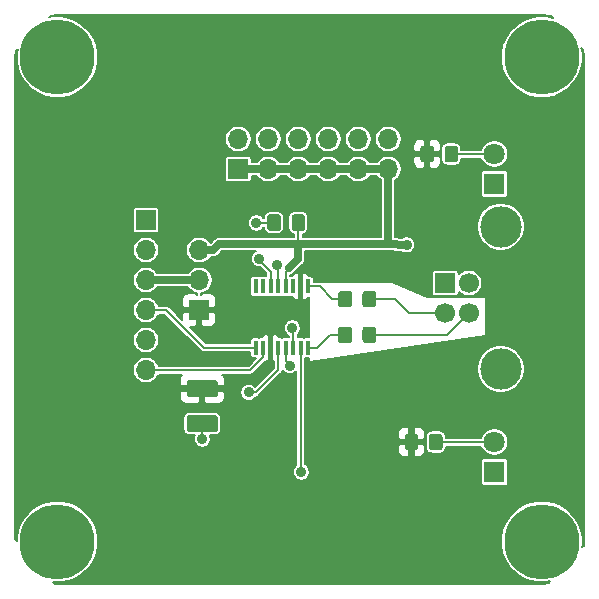
<source format=gtl>
G04 #@! TF.GenerationSoftware,KiCad,Pcbnew,(5.1.5)-3*
G04 #@! TF.CreationDate,2020-05-21T16:35:35-04:00*
G04 #@! TF.ProjectId,FTDI-USB-TTL-49MM,46544449-2d55-4534-922d-54544c2d3439,1*
G04 #@! TF.SameCoordinates,Original*
G04 #@! TF.FileFunction,Copper,L1,Top*
G04 #@! TF.FilePolarity,Positive*
%FSLAX46Y46*%
G04 Gerber Fmt 4.6, Leading zero omitted, Abs format (unit mm)*
G04 Created by KiCad (PCBNEW (5.1.5)-3) date 2020-05-21 16:35:35*
%MOMM*%
%LPD*%
G04 APERTURE LIST*
%ADD10R,1.800000X1.800000*%
%ADD11C,1.800000*%
%ADD12C,6.350000*%
%ADD13C,0.150000*%
%ADD14R,1.700000X1.700000*%
%ADD15O,1.700000X1.700000*%
%ADD16C,1.700000*%
%ADD17C,3.500000*%
%ADD18R,0.400000X1.200000*%
%ADD19C,0.889000*%
%ADD20C,0.203200*%
%ADD21C,0.635000*%
%ADD22C,0.152400*%
G04 APERTURE END LIST*
D10*
X41000000Y-39116000D03*
D11*
X41000000Y-36576000D03*
D12*
X45000000Y-45000000D03*
X4000000Y-45000000D03*
X45000000Y-4000000D03*
X4000000Y-4000000D03*
G04 #@! TA.AperFunction,SMDPad,CuDef*
D13*
G36*
X17355504Y-31329204D02*
G01*
X17379773Y-31332804D01*
X17403571Y-31338765D01*
X17426671Y-31347030D01*
X17448849Y-31357520D01*
X17469893Y-31370133D01*
X17489598Y-31384747D01*
X17507777Y-31401223D01*
X17524253Y-31419402D01*
X17538867Y-31439107D01*
X17551480Y-31460151D01*
X17561970Y-31482329D01*
X17570235Y-31505429D01*
X17576196Y-31529227D01*
X17579796Y-31553496D01*
X17581000Y-31578000D01*
X17581000Y-32503000D01*
X17579796Y-32527504D01*
X17576196Y-32551773D01*
X17570235Y-32575571D01*
X17561970Y-32598671D01*
X17551480Y-32620849D01*
X17538867Y-32641893D01*
X17524253Y-32661598D01*
X17507777Y-32679777D01*
X17489598Y-32696253D01*
X17469893Y-32710867D01*
X17448849Y-32723480D01*
X17426671Y-32733970D01*
X17403571Y-32742235D01*
X17379773Y-32748196D01*
X17355504Y-32751796D01*
X17331000Y-32753000D01*
X15181000Y-32753000D01*
X15156496Y-32751796D01*
X15132227Y-32748196D01*
X15108429Y-32742235D01*
X15085329Y-32733970D01*
X15063151Y-32723480D01*
X15042107Y-32710867D01*
X15022402Y-32696253D01*
X15004223Y-32679777D01*
X14987747Y-32661598D01*
X14973133Y-32641893D01*
X14960520Y-32620849D01*
X14950030Y-32598671D01*
X14941765Y-32575571D01*
X14935804Y-32551773D01*
X14932204Y-32527504D01*
X14931000Y-32503000D01*
X14931000Y-31578000D01*
X14932204Y-31553496D01*
X14935804Y-31529227D01*
X14941765Y-31505429D01*
X14950030Y-31482329D01*
X14960520Y-31460151D01*
X14973133Y-31439107D01*
X14987747Y-31419402D01*
X15004223Y-31401223D01*
X15022402Y-31384747D01*
X15042107Y-31370133D01*
X15063151Y-31357520D01*
X15085329Y-31347030D01*
X15108429Y-31338765D01*
X15132227Y-31332804D01*
X15156496Y-31329204D01*
X15181000Y-31328000D01*
X17331000Y-31328000D01*
X17355504Y-31329204D01*
G37*
G04 #@! TD.AperFunction*
G04 #@! TA.AperFunction,SMDPad,CuDef*
G36*
X17355504Y-34304204D02*
G01*
X17379773Y-34307804D01*
X17403571Y-34313765D01*
X17426671Y-34322030D01*
X17448849Y-34332520D01*
X17469893Y-34345133D01*
X17489598Y-34359747D01*
X17507777Y-34376223D01*
X17524253Y-34394402D01*
X17538867Y-34414107D01*
X17551480Y-34435151D01*
X17561970Y-34457329D01*
X17570235Y-34480429D01*
X17576196Y-34504227D01*
X17579796Y-34528496D01*
X17581000Y-34553000D01*
X17581000Y-35478000D01*
X17579796Y-35502504D01*
X17576196Y-35526773D01*
X17570235Y-35550571D01*
X17561970Y-35573671D01*
X17551480Y-35595849D01*
X17538867Y-35616893D01*
X17524253Y-35636598D01*
X17507777Y-35654777D01*
X17489598Y-35671253D01*
X17469893Y-35685867D01*
X17448849Y-35698480D01*
X17426671Y-35708970D01*
X17403571Y-35717235D01*
X17379773Y-35723196D01*
X17355504Y-35726796D01*
X17331000Y-35728000D01*
X15181000Y-35728000D01*
X15156496Y-35726796D01*
X15132227Y-35723196D01*
X15108429Y-35717235D01*
X15085329Y-35708970D01*
X15063151Y-35698480D01*
X15042107Y-35685867D01*
X15022402Y-35671253D01*
X15004223Y-35654777D01*
X14987747Y-35636598D01*
X14973133Y-35616893D01*
X14960520Y-35595849D01*
X14950030Y-35573671D01*
X14941765Y-35550571D01*
X14935804Y-35526773D01*
X14932204Y-35502504D01*
X14931000Y-35478000D01*
X14931000Y-34553000D01*
X14932204Y-34528496D01*
X14935804Y-34504227D01*
X14941765Y-34480429D01*
X14950030Y-34457329D01*
X14960520Y-34435151D01*
X14973133Y-34414107D01*
X14987747Y-34394402D01*
X15004223Y-34376223D01*
X15022402Y-34359747D01*
X15042107Y-34345133D01*
X15063151Y-34332520D01*
X15085329Y-34322030D01*
X15108429Y-34313765D01*
X15132227Y-34307804D01*
X15156496Y-34304204D01*
X15181000Y-34303000D01*
X17331000Y-34303000D01*
X17355504Y-34304204D01*
G37*
G04 #@! TD.AperFunction*
G04 #@! TA.AperFunction,SMDPad,CuDef*
G36*
X24742505Y-17301204D02*
G01*
X24766773Y-17304804D01*
X24790572Y-17310765D01*
X24813671Y-17319030D01*
X24835850Y-17329520D01*
X24856893Y-17342132D01*
X24876599Y-17356747D01*
X24894777Y-17373223D01*
X24911253Y-17391401D01*
X24925868Y-17411107D01*
X24938480Y-17432150D01*
X24948970Y-17454329D01*
X24957235Y-17477428D01*
X24963196Y-17501227D01*
X24966796Y-17525495D01*
X24968000Y-17549999D01*
X24968000Y-18450001D01*
X24966796Y-18474505D01*
X24963196Y-18498773D01*
X24957235Y-18522572D01*
X24948970Y-18545671D01*
X24938480Y-18567850D01*
X24925868Y-18588893D01*
X24911253Y-18608599D01*
X24894777Y-18626777D01*
X24876599Y-18643253D01*
X24856893Y-18657868D01*
X24835850Y-18670480D01*
X24813671Y-18680970D01*
X24790572Y-18689235D01*
X24766773Y-18695196D01*
X24742505Y-18698796D01*
X24718001Y-18700000D01*
X24067999Y-18700000D01*
X24043495Y-18698796D01*
X24019227Y-18695196D01*
X23995428Y-18689235D01*
X23972329Y-18680970D01*
X23950150Y-18670480D01*
X23929107Y-18657868D01*
X23909401Y-18643253D01*
X23891223Y-18626777D01*
X23874747Y-18608599D01*
X23860132Y-18588893D01*
X23847520Y-18567850D01*
X23837030Y-18545671D01*
X23828765Y-18522572D01*
X23822804Y-18498773D01*
X23819204Y-18474505D01*
X23818000Y-18450001D01*
X23818000Y-17549999D01*
X23819204Y-17525495D01*
X23822804Y-17501227D01*
X23828765Y-17477428D01*
X23837030Y-17454329D01*
X23847520Y-17432150D01*
X23860132Y-17411107D01*
X23874747Y-17391401D01*
X23891223Y-17373223D01*
X23909401Y-17356747D01*
X23929107Y-17342132D01*
X23950150Y-17329520D01*
X23972329Y-17319030D01*
X23995428Y-17310765D01*
X24019227Y-17304804D01*
X24043495Y-17301204D01*
X24067999Y-17300000D01*
X24718001Y-17300000D01*
X24742505Y-17301204D01*
G37*
G04 #@! TD.AperFunction*
G04 #@! TA.AperFunction,SMDPad,CuDef*
G36*
X22692505Y-17301204D02*
G01*
X22716773Y-17304804D01*
X22740572Y-17310765D01*
X22763671Y-17319030D01*
X22785850Y-17329520D01*
X22806893Y-17342132D01*
X22826599Y-17356747D01*
X22844777Y-17373223D01*
X22861253Y-17391401D01*
X22875868Y-17411107D01*
X22888480Y-17432150D01*
X22898970Y-17454329D01*
X22907235Y-17477428D01*
X22913196Y-17501227D01*
X22916796Y-17525495D01*
X22918000Y-17549999D01*
X22918000Y-18450001D01*
X22916796Y-18474505D01*
X22913196Y-18498773D01*
X22907235Y-18522572D01*
X22898970Y-18545671D01*
X22888480Y-18567850D01*
X22875868Y-18588893D01*
X22861253Y-18608599D01*
X22844777Y-18626777D01*
X22826599Y-18643253D01*
X22806893Y-18657868D01*
X22785850Y-18670480D01*
X22763671Y-18680970D01*
X22740572Y-18689235D01*
X22716773Y-18695196D01*
X22692505Y-18698796D01*
X22668001Y-18700000D01*
X22017999Y-18700000D01*
X21993495Y-18698796D01*
X21969227Y-18695196D01*
X21945428Y-18689235D01*
X21922329Y-18680970D01*
X21900150Y-18670480D01*
X21879107Y-18657868D01*
X21859401Y-18643253D01*
X21841223Y-18626777D01*
X21824747Y-18608599D01*
X21810132Y-18588893D01*
X21797520Y-18567850D01*
X21787030Y-18545671D01*
X21778765Y-18522572D01*
X21772804Y-18498773D01*
X21769204Y-18474505D01*
X21768000Y-18450001D01*
X21768000Y-17549999D01*
X21769204Y-17525495D01*
X21772804Y-17501227D01*
X21778765Y-17477428D01*
X21787030Y-17454329D01*
X21797520Y-17432150D01*
X21810132Y-17411107D01*
X21824747Y-17391401D01*
X21841223Y-17373223D01*
X21859401Y-17356747D01*
X21879107Y-17342132D01*
X21900150Y-17329520D01*
X21922329Y-17319030D01*
X21945428Y-17310765D01*
X21969227Y-17304804D01*
X21993495Y-17301204D01*
X22017999Y-17300000D01*
X22668001Y-17300000D01*
X22692505Y-17301204D01*
G37*
G04 #@! TD.AperFunction*
D14*
X16000000Y-25400000D03*
D15*
X16000000Y-22860000D03*
X16000000Y-20320000D03*
D14*
X36830000Y-23114000D03*
D16*
X36830000Y-25614000D03*
X38830000Y-25614000D03*
X38830000Y-23114000D03*
D17*
X41540000Y-18344000D03*
X41540000Y-30384000D03*
D14*
X11500000Y-17780000D03*
D15*
X11500000Y-20320000D03*
X11500000Y-22860000D03*
X11500000Y-25400000D03*
X11500000Y-27940000D03*
X11500000Y-30480000D03*
G04 #@! TA.AperFunction,SMDPad,CuDef*
D13*
G36*
X36374505Y-35877204D02*
G01*
X36398773Y-35880804D01*
X36422572Y-35886765D01*
X36445671Y-35895030D01*
X36467850Y-35905520D01*
X36488893Y-35918132D01*
X36508599Y-35932747D01*
X36526777Y-35949223D01*
X36543253Y-35967401D01*
X36557868Y-35987107D01*
X36570480Y-36008150D01*
X36580970Y-36030329D01*
X36589235Y-36053428D01*
X36595196Y-36077227D01*
X36598796Y-36101495D01*
X36600000Y-36125999D01*
X36600000Y-37026001D01*
X36598796Y-37050505D01*
X36595196Y-37074773D01*
X36589235Y-37098572D01*
X36580970Y-37121671D01*
X36570480Y-37143850D01*
X36557868Y-37164893D01*
X36543253Y-37184599D01*
X36526777Y-37202777D01*
X36508599Y-37219253D01*
X36488893Y-37233868D01*
X36467850Y-37246480D01*
X36445671Y-37256970D01*
X36422572Y-37265235D01*
X36398773Y-37271196D01*
X36374505Y-37274796D01*
X36350001Y-37276000D01*
X35699999Y-37276000D01*
X35675495Y-37274796D01*
X35651227Y-37271196D01*
X35627428Y-37265235D01*
X35604329Y-37256970D01*
X35582150Y-37246480D01*
X35561107Y-37233868D01*
X35541401Y-37219253D01*
X35523223Y-37202777D01*
X35506747Y-37184599D01*
X35492132Y-37164893D01*
X35479520Y-37143850D01*
X35469030Y-37121671D01*
X35460765Y-37098572D01*
X35454804Y-37074773D01*
X35451204Y-37050505D01*
X35450000Y-37026001D01*
X35450000Y-36125999D01*
X35451204Y-36101495D01*
X35454804Y-36077227D01*
X35460765Y-36053428D01*
X35469030Y-36030329D01*
X35479520Y-36008150D01*
X35492132Y-35987107D01*
X35506747Y-35967401D01*
X35523223Y-35949223D01*
X35541401Y-35932747D01*
X35561107Y-35918132D01*
X35582150Y-35905520D01*
X35604329Y-35895030D01*
X35627428Y-35886765D01*
X35651227Y-35880804D01*
X35675495Y-35877204D01*
X35699999Y-35876000D01*
X36350001Y-35876000D01*
X36374505Y-35877204D01*
G37*
G04 #@! TD.AperFunction*
G04 #@! TA.AperFunction,SMDPad,CuDef*
G36*
X34324505Y-35877204D02*
G01*
X34348773Y-35880804D01*
X34372572Y-35886765D01*
X34395671Y-35895030D01*
X34417850Y-35905520D01*
X34438893Y-35918132D01*
X34458599Y-35932747D01*
X34476777Y-35949223D01*
X34493253Y-35967401D01*
X34507868Y-35987107D01*
X34520480Y-36008150D01*
X34530970Y-36030329D01*
X34539235Y-36053428D01*
X34545196Y-36077227D01*
X34548796Y-36101495D01*
X34550000Y-36125999D01*
X34550000Y-37026001D01*
X34548796Y-37050505D01*
X34545196Y-37074773D01*
X34539235Y-37098572D01*
X34530970Y-37121671D01*
X34520480Y-37143850D01*
X34507868Y-37164893D01*
X34493253Y-37184599D01*
X34476777Y-37202777D01*
X34458599Y-37219253D01*
X34438893Y-37233868D01*
X34417850Y-37246480D01*
X34395671Y-37256970D01*
X34372572Y-37265235D01*
X34348773Y-37271196D01*
X34324505Y-37274796D01*
X34300001Y-37276000D01*
X33649999Y-37276000D01*
X33625495Y-37274796D01*
X33601227Y-37271196D01*
X33577428Y-37265235D01*
X33554329Y-37256970D01*
X33532150Y-37246480D01*
X33511107Y-37233868D01*
X33491401Y-37219253D01*
X33473223Y-37202777D01*
X33456747Y-37184599D01*
X33442132Y-37164893D01*
X33429520Y-37143850D01*
X33419030Y-37121671D01*
X33410765Y-37098572D01*
X33404804Y-37074773D01*
X33401204Y-37050505D01*
X33400000Y-37026001D01*
X33400000Y-36125999D01*
X33401204Y-36101495D01*
X33404804Y-36077227D01*
X33410765Y-36053428D01*
X33419030Y-36030329D01*
X33429520Y-36008150D01*
X33442132Y-35987107D01*
X33456747Y-35967401D01*
X33473223Y-35949223D01*
X33491401Y-35932747D01*
X33511107Y-35918132D01*
X33532150Y-35905520D01*
X33554329Y-35895030D01*
X33577428Y-35886765D01*
X33601227Y-35880804D01*
X33625495Y-35877204D01*
X33649999Y-35876000D01*
X34300001Y-35876000D01*
X34324505Y-35877204D01*
G37*
G04 #@! TD.AperFunction*
G04 #@! TA.AperFunction,SMDPad,CuDef*
G36*
X35646505Y-11493204D02*
G01*
X35670773Y-11496804D01*
X35694572Y-11502765D01*
X35717671Y-11511030D01*
X35739850Y-11521520D01*
X35760893Y-11534132D01*
X35780599Y-11548747D01*
X35798777Y-11565223D01*
X35815253Y-11583401D01*
X35829868Y-11603107D01*
X35842480Y-11624150D01*
X35852970Y-11646329D01*
X35861235Y-11669428D01*
X35867196Y-11693227D01*
X35870796Y-11717495D01*
X35872000Y-11741999D01*
X35872000Y-12642001D01*
X35870796Y-12666505D01*
X35867196Y-12690773D01*
X35861235Y-12714572D01*
X35852970Y-12737671D01*
X35842480Y-12759850D01*
X35829868Y-12780893D01*
X35815253Y-12800599D01*
X35798777Y-12818777D01*
X35780599Y-12835253D01*
X35760893Y-12849868D01*
X35739850Y-12862480D01*
X35717671Y-12872970D01*
X35694572Y-12881235D01*
X35670773Y-12887196D01*
X35646505Y-12890796D01*
X35622001Y-12892000D01*
X34971999Y-12892000D01*
X34947495Y-12890796D01*
X34923227Y-12887196D01*
X34899428Y-12881235D01*
X34876329Y-12872970D01*
X34854150Y-12862480D01*
X34833107Y-12849868D01*
X34813401Y-12835253D01*
X34795223Y-12818777D01*
X34778747Y-12800599D01*
X34764132Y-12780893D01*
X34751520Y-12759850D01*
X34741030Y-12737671D01*
X34732765Y-12714572D01*
X34726804Y-12690773D01*
X34723204Y-12666505D01*
X34722000Y-12642001D01*
X34722000Y-11741999D01*
X34723204Y-11717495D01*
X34726804Y-11693227D01*
X34732765Y-11669428D01*
X34741030Y-11646329D01*
X34751520Y-11624150D01*
X34764132Y-11603107D01*
X34778747Y-11583401D01*
X34795223Y-11565223D01*
X34813401Y-11548747D01*
X34833107Y-11534132D01*
X34854150Y-11521520D01*
X34876329Y-11511030D01*
X34899428Y-11502765D01*
X34923227Y-11496804D01*
X34947495Y-11493204D01*
X34971999Y-11492000D01*
X35622001Y-11492000D01*
X35646505Y-11493204D01*
G37*
G04 #@! TD.AperFunction*
G04 #@! TA.AperFunction,SMDPad,CuDef*
G36*
X37696505Y-11493204D02*
G01*
X37720773Y-11496804D01*
X37744572Y-11502765D01*
X37767671Y-11511030D01*
X37789850Y-11521520D01*
X37810893Y-11534132D01*
X37830599Y-11548747D01*
X37848777Y-11565223D01*
X37865253Y-11583401D01*
X37879868Y-11603107D01*
X37892480Y-11624150D01*
X37902970Y-11646329D01*
X37911235Y-11669428D01*
X37917196Y-11693227D01*
X37920796Y-11717495D01*
X37922000Y-11741999D01*
X37922000Y-12642001D01*
X37920796Y-12666505D01*
X37917196Y-12690773D01*
X37911235Y-12714572D01*
X37902970Y-12737671D01*
X37892480Y-12759850D01*
X37879868Y-12780893D01*
X37865253Y-12800599D01*
X37848777Y-12818777D01*
X37830599Y-12835253D01*
X37810893Y-12849868D01*
X37789850Y-12862480D01*
X37767671Y-12872970D01*
X37744572Y-12881235D01*
X37720773Y-12887196D01*
X37696505Y-12890796D01*
X37672001Y-12892000D01*
X37021999Y-12892000D01*
X36997495Y-12890796D01*
X36973227Y-12887196D01*
X36949428Y-12881235D01*
X36926329Y-12872970D01*
X36904150Y-12862480D01*
X36883107Y-12849868D01*
X36863401Y-12835253D01*
X36845223Y-12818777D01*
X36828747Y-12800599D01*
X36814132Y-12780893D01*
X36801520Y-12759850D01*
X36791030Y-12737671D01*
X36782765Y-12714572D01*
X36776804Y-12690773D01*
X36773204Y-12666505D01*
X36772000Y-12642001D01*
X36772000Y-11741999D01*
X36773204Y-11717495D01*
X36776804Y-11693227D01*
X36782765Y-11669428D01*
X36791030Y-11646329D01*
X36801520Y-11624150D01*
X36814132Y-11603107D01*
X36828747Y-11583401D01*
X36845223Y-11565223D01*
X36863401Y-11548747D01*
X36883107Y-11534132D01*
X36904150Y-11521520D01*
X36926329Y-11511030D01*
X36949428Y-11502765D01*
X36973227Y-11496804D01*
X36997495Y-11493204D01*
X37021999Y-11492000D01*
X37672001Y-11492000D01*
X37696505Y-11493204D01*
G37*
G04 #@! TD.AperFunction*
D18*
X20777500Y-28600000D03*
X21412500Y-28600000D03*
X22047500Y-28600000D03*
X22682500Y-28600000D03*
X23317500Y-28600000D03*
X23952500Y-28600000D03*
X24587500Y-28600000D03*
X25222500Y-28600000D03*
X25222500Y-23400000D03*
X24587500Y-23400000D03*
X23952500Y-23400000D03*
X23317500Y-23400000D03*
X22682500Y-23400000D03*
X22047500Y-23400000D03*
X21412500Y-23400000D03*
X20777500Y-23400000D03*
D11*
X41000000Y-12190000D03*
D10*
X41000000Y-14730000D03*
G04 #@! TA.AperFunction,SMDPad,CuDef*
D13*
G36*
X30749506Y-23776205D02*
G01*
X30773774Y-23779805D01*
X30797573Y-23785766D01*
X30820672Y-23794031D01*
X30842851Y-23804521D01*
X30863894Y-23817133D01*
X30883600Y-23831748D01*
X30901778Y-23848224D01*
X30918254Y-23866402D01*
X30932869Y-23886108D01*
X30945481Y-23907151D01*
X30955971Y-23929330D01*
X30964236Y-23952429D01*
X30970197Y-23976228D01*
X30973797Y-24000496D01*
X30975001Y-24025000D01*
X30975001Y-24925002D01*
X30973797Y-24949506D01*
X30970197Y-24973774D01*
X30964236Y-24997573D01*
X30955971Y-25020672D01*
X30945481Y-25042851D01*
X30932869Y-25063894D01*
X30918254Y-25083600D01*
X30901778Y-25101778D01*
X30883600Y-25118254D01*
X30863894Y-25132869D01*
X30842851Y-25145481D01*
X30820672Y-25155971D01*
X30797573Y-25164236D01*
X30773774Y-25170197D01*
X30749506Y-25173797D01*
X30725002Y-25175001D01*
X30075000Y-25175001D01*
X30050496Y-25173797D01*
X30026228Y-25170197D01*
X30002429Y-25164236D01*
X29979330Y-25155971D01*
X29957151Y-25145481D01*
X29936108Y-25132869D01*
X29916402Y-25118254D01*
X29898224Y-25101778D01*
X29881748Y-25083600D01*
X29867133Y-25063894D01*
X29854521Y-25042851D01*
X29844031Y-25020672D01*
X29835766Y-24997573D01*
X29829805Y-24973774D01*
X29826205Y-24949506D01*
X29825001Y-24925002D01*
X29825001Y-24025000D01*
X29826205Y-24000496D01*
X29829805Y-23976228D01*
X29835766Y-23952429D01*
X29844031Y-23929330D01*
X29854521Y-23907151D01*
X29867133Y-23886108D01*
X29881748Y-23866402D01*
X29898224Y-23848224D01*
X29916402Y-23831748D01*
X29936108Y-23817133D01*
X29957151Y-23804521D01*
X29979330Y-23794031D01*
X30002429Y-23785766D01*
X30026228Y-23779805D01*
X30050496Y-23776205D01*
X30075000Y-23775001D01*
X30725002Y-23775001D01*
X30749506Y-23776205D01*
G37*
G04 #@! TD.AperFunction*
G04 #@! TA.AperFunction,SMDPad,CuDef*
G36*
X28699506Y-23776205D02*
G01*
X28723774Y-23779805D01*
X28747573Y-23785766D01*
X28770672Y-23794031D01*
X28792851Y-23804521D01*
X28813894Y-23817133D01*
X28833600Y-23831748D01*
X28851778Y-23848224D01*
X28868254Y-23866402D01*
X28882869Y-23886108D01*
X28895481Y-23907151D01*
X28905971Y-23929330D01*
X28914236Y-23952429D01*
X28920197Y-23976228D01*
X28923797Y-24000496D01*
X28925001Y-24025000D01*
X28925001Y-24925002D01*
X28923797Y-24949506D01*
X28920197Y-24973774D01*
X28914236Y-24997573D01*
X28905971Y-25020672D01*
X28895481Y-25042851D01*
X28882869Y-25063894D01*
X28868254Y-25083600D01*
X28851778Y-25101778D01*
X28833600Y-25118254D01*
X28813894Y-25132869D01*
X28792851Y-25145481D01*
X28770672Y-25155971D01*
X28747573Y-25164236D01*
X28723774Y-25170197D01*
X28699506Y-25173797D01*
X28675002Y-25175001D01*
X28025000Y-25175001D01*
X28000496Y-25173797D01*
X27976228Y-25170197D01*
X27952429Y-25164236D01*
X27929330Y-25155971D01*
X27907151Y-25145481D01*
X27886108Y-25132869D01*
X27866402Y-25118254D01*
X27848224Y-25101778D01*
X27831748Y-25083600D01*
X27817133Y-25063894D01*
X27804521Y-25042851D01*
X27794031Y-25020672D01*
X27785766Y-24997573D01*
X27779805Y-24973774D01*
X27776205Y-24949506D01*
X27775001Y-24925002D01*
X27775001Y-24025000D01*
X27776205Y-24000496D01*
X27779805Y-23976228D01*
X27785766Y-23952429D01*
X27794031Y-23929330D01*
X27804521Y-23907151D01*
X27817133Y-23886108D01*
X27831748Y-23866402D01*
X27848224Y-23848224D01*
X27866402Y-23831748D01*
X27886108Y-23817133D01*
X27907151Y-23804521D01*
X27929330Y-23794031D01*
X27952429Y-23785766D01*
X27976228Y-23779805D01*
X28000496Y-23776205D01*
X28025000Y-23775001D01*
X28675002Y-23775001D01*
X28699506Y-23776205D01*
G37*
G04 #@! TD.AperFunction*
G04 #@! TA.AperFunction,SMDPad,CuDef*
G36*
X28699506Y-26801204D02*
G01*
X28723774Y-26804804D01*
X28747573Y-26810765D01*
X28770672Y-26819030D01*
X28792851Y-26829520D01*
X28813894Y-26842132D01*
X28833600Y-26856747D01*
X28851778Y-26873223D01*
X28868254Y-26891401D01*
X28882869Y-26911107D01*
X28895481Y-26932150D01*
X28905971Y-26954329D01*
X28914236Y-26977428D01*
X28920197Y-27001227D01*
X28923797Y-27025495D01*
X28925001Y-27049999D01*
X28925001Y-27950001D01*
X28923797Y-27974505D01*
X28920197Y-27998773D01*
X28914236Y-28022572D01*
X28905971Y-28045671D01*
X28895481Y-28067850D01*
X28882869Y-28088893D01*
X28868254Y-28108599D01*
X28851778Y-28126777D01*
X28833600Y-28143253D01*
X28813894Y-28157868D01*
X28792851Y-28170480D01*
X28770672Y-28180970D01*
X28747573Y-28189235D01*
X28723774Y-28195196D01*
X28699506Y-28198796D01*
X28675002Y-28200000D01*
X28025000Y-28200000D01*
X28000496Y-28198796D01*
X27976228Y-28195196D01*
X27952429Y-28189235D01*
X27929330Y-28180970D01*
X27907151Y-28170480D01*
X27886108Y-28157868D01*
X27866402Y-28143253D01*
X27848224Y-28126777D01*
X27831748Y-28108599D01*
X27817133Y-28088893D01*
X27804521Y-28067850D01*
X27794031Y-28045671D01*
X27785766Y-28022572D01*
X27779805Y-27998773D01*
X27776205Y-27974505D01*
X27775001Y-27950001D01*
X27775001Y-27049999D01*
X27776205Y-27025495D01*
X27779805Y-27001227D01*
X27785766Y-26977428D01*
X27794031Y-26954329D01*
X27804521Y-26932150D01*
X27817133Y-26911107D01*
X27831748Y-26891401D01*
X27848224Y-26873223D01*
X27866402Y-26856747D01*
X27886108Y-26842132D01*
X27907151Y-26829520D01*
X27929330Y-26819030D01*
X27952429Y-26810765D01*
X27976228Y-26804804D01*
X28000496Y-26801204D01*
X28025000Y-26800000D01*
X28675002Y-26800000D01*
X28699506Y-26801204D01*
G37*
G04 #@! TD.AperFunction*
G04 #@! TA.AperFunction,SMDPad,CuDef*
G36*
X30749506Y-26801204D02*
G01*
X30773774Y-26804804D01*
X30797573Y-26810765D01*
X30820672Y-26819030D01*
X30842851Y-26829520D01*
X30863894Y-26842132D01*
X30883600Y-26856747D01*
X30901778Y-26873223D01*
X30918254Y-26891401D01*
X30932869Y-26911107D01*
X30945481Y-26932150D01*
X30955971Y-26954329D01*
X30964236Y-26977428D01*
X30970197Y-27001227D01*
X30973797Y-27025495D01*
X30975001Y-27049999D01*
X30975001Y-27950001D01*
X30973797Y-27974505D01*
X30970197Y-27998773D01*
X30964236Y-28022572D01*
X30955971Y-28045671D01*
X30945481Y-28067850D01*
X30932869Y-28088893D01*
X30918254Y-28108599D01*
X30901778Y-28126777D01*
X30883600Y-28143253D01*
X30863894Y-28157868D01*
X30842851Y-28170480D01*
X30820672Y-28180970D01*
X30797573Y-28189235D01*
X30773774Y-28195196D01*
X30749506Y-28198796D01*
X30725002Y-28200000D01*
X30075000Y-28200000D01*
X30050496Y-28198796D01*
X30026228Y-28195196D01*
X30002429Y-28189235D01*
X29979330Y-28180970D01*
X29957151Y-28170480D01*
X29936108Y-28157868D01*
X29916402Y-28143253D01*
X29898224Y-28126777D01*
X29881748Y-28108599D01*
X29867133Y-28088893D01*
X29854521Y-28067850D01*
X29844031Y-28045671D01*
X29835766Y-28022572D01*
X29829805Y-27998773D01*
X29826205Y-27974505D01*
X29825001Y-27950001D01*
X29825001Y-27049999D01*
X29826205Y-27025495D01*
X29829805Y-27001227D01*
X29835766Y-26977428D01*
X29844031Y-26954329D01*
X29854521Y-26932150D01*
X29867133Y-26911107D01*
X29881748Y-26891401D01*
X29898224Y-26873223D01*
X29916402Y-26856747D01*
X29936108Y-26842132D01*
X29957151Y-26829520D01*
X29979330Y-26819030D01*
X30002429Y-26810765D01*
X30026228Y-26804804D01*
X30050496Y-26801204D01*
X30075000Y-26800000D01*
X30725002Y-26800000D01*
X30749506Y-26801204D01*
G37*
G04 #@! TD.AperFunction*
D14*
X19304000Y-13462000D03*
D15*
X19304000Y-10922000D03*
X21844000Y-13462000D03*
X21844000Y-10922000D03*
X24384000Y-13462000D03*
X24384000Y-10922000D03*
X26924000Y-13462000D03*
X26924000Y-10922000D03*
X29464000Y-13462000D03*
X29464000Y-10922000D03*
X32004000Y-13462000D03*
X32004000Y-10922000D03*
D19*
X33553400Y-19888200D03*
X23876000Y-26924000D03*
X20193000Y-32372300D03*
X21082000Y-21069300D03*
X24638000Y-39116000D03*
X16256000Y-36322000D03*
X22606000Y-21590000D03*
X20828000Y-18034000D03*
X23660100Y-30099000D03*
D20*
X23317500Y-23400000D02*
X23317500Y-22148500D01*
X24393000Y-21073000D02*
X24393000Y-20320000D01*
D21*
X17710081Y-19812000D02*
X24393000Y-19812000D01*
X17202081Y-20320000D02*
X17710081Y-19812000D01*
X16000000Y-20320000D02*
X17202081Y-20320000D01*
D20*
X24393000Y-20320000D02*
X24393000Y-19812000D01*
X24393000Y-19812000D02*
X24393000Y-18000000D01*
D21*
X24393000Y-19812000D02*
X24393000Y-21073000D01*
X23622000Y-21844000D02*
X24393000Y-21073000D01*
D20*
X23317500Y-22148500D02*
X23622000Y-21844000D01*
D21*
X32004000Y-13462000D02*
X32004000Y-19812000D01*
X24393000Y-19812000D02*
X32004000Y-19812000D01*
X29464000Y-13462000D02*
X32004000Y-13462000D01*
X26924000Y-13462000D02*
X29464000Y-13462000D01*
X26924000Y-13462000D02*
X24384000Y-13462000D01*
X21844000Y-13462000D02*
X24384000Y-13462000D01*
X19304000Y-13462000D02*
X21844000Y-13462000D01*
X32004000Y-19812000D02*
X33553400Y-19888200D01*
D20*
X23952500Y-28600000D02*
X23952500Y-27000500D01*
X23952500Y-27000500D02*
X23876000Y-26924000D01*
X27269001Y-24475001D02*
X28350001Y-24475001D01*
X26194000Y-23400000D02*
X27269001Y-24475001D01*
X25222500Y-23400000D02*
X26194000Y-23400000D01*
X25222500Y-28600000D02*
X26010000Y-28600000D01*
X27110000Y-27500000D02*
X28350001Y-27500000D01*
X26010000Y-28600000D02*
X27110000Y-27500000D01*
X36025000Y-36576000D02*
X41000000Y-36576000D01*
X40998000Y-12192000D02*
X41000000Y-12190000D01*
X37347000Y-12192000D02*
X40998000Y-12192000D01*
X20335700Y-30480000D02*
X11500000Y-30480000D01*
X21412500Y-28600000D02*
X21412500Y-29403200D01*
X21412500Y-29403200D02*
X20335700Y-30480000D01*
X22682500Y-28600000D02*
X22682500Y-29403200D01*
X22682500Y-29403200D02*
X22682200Y-29403500D01*
X22682200Y-29403500D02*
X22682200Y-30480000D01*
X22682200Y-30480000D02*
X20789900Y-32372300D01*
X20789900Y-32372300D02*
X20193000Y-32372300D01*
X22047500Y-22140466D02*
X21082000Y-21174966D01*
X21082000Y-21174966D02*
X21082000Y-21069300D01*
X22047500Y-23400000D02*
X22047500Y-22140466D01*
X11500000Y-25400000D02*
X13208000Y-25400000D01*
X16408000Y-28600000D02*
X17272000Y-28600000D01*
X13208000Y-25400000D02*
X16408000Y-28600000D01*
X17272000Y-28600000D02*
X20777500Y-28600000D01*
X24587500Y-39065500D02*
X24638000Y-39116000D01*
X24587500Y-28600000D02*
X24587500Y-39065500D01*
X16256000Y-35015500D02*
X16256000Y-36322000D01*
X22682500Y-23400000D02*
X22682500Y-21666500D01*
X22682500Y-21666500D02*
X22606000Y-21590000D01*
X22343000Y-18000000D02*
X20862000Y-18000000D01*
X20862000Y-18000000D02*
X20828000Y-18034000D01*
X23317500Y-29403200D02*
X23317200Y-29403500D01*
X23317500Y-28600000D02*
X23317500Y-29403200D01*
X23317200Y-29403500D02*
X23317200Y-29756100D01*
X23317200Y-29756100D02*
X23660100Y-30099000D01*
D21*
X11500000Y-22860000D02*
X16000000Y-22860000D01*
D20*
X30400001Y-24475001D02*
X32603001Y-24475001D01*
X33742000Y-25614000D02*
X36830000Y-25614000D01*
X32603001Y-24475001D02*
X33742000Y-25614000D01*
X36944000Y-27500000D02*
X30400001Y-27500000D01*
X38830000Y-25614000D02*
X36944000Y-27500000D01*
D22*
G36*
X45695142Y-489269D02*
G01*
X45866786Y-541091D01*
X45991996Y-675245D01*
X45340229Y-545600D01*
X44659771Y-545600D01*
X43992389Y-678351D01*
X43363728Y-938751D01*
X42797949Y-1316793D01*
X42316793Y-1797949D01*
X41938751Y-2363728D01*
X41678351Y-2992389D01*
X41545600Y-3659771D01*
X41545600Y-4340229D01*
X41678351Y-5007611D01*
X41938751Y-5636272D01*
X42316793Y-6202051D01*
X42797949Y-6683207D01*
X43363728Y-7061249D01*
X43992389Y-7321649D01*
X44659771Y-7454400D01*
X45340229Y-7454400D01*
X46007611Y-7321649D01*
X46636272Y-7061249D01*
X47202051Y-6683207D01*
X47683207Y-6202051D01*
X48061249Y-5636272D01*
X48321649Y-5007611D01*
X48454400Y-4340229D01*
X48454400Y-3659771D01*
X48366876Y-3219759D01*
X48516243Y-3379795D01*
X48580880Y-3994770D01*
X48580900Y-4000592D01*
X48580901Y-44979490D01*
X48543932Y-45356526D01*
X48426173Y-45482136D01*
X48454400Y-45340229D01*
X48454400Y-44659771D01*
X48321649Y-43992389D01*
X48061249Y-43363728D01*
X47683207Y-42797949D01*
X47202051Y-42316793D01*
X46636272Y-41938751D01*
X46007611Y-41678351D01*
X45340229Y-41545600D01*
X44659771Y-41545600D01*
X43992389Y-41678351D01*
X43363728Y-41938751D01*
X42797949Y-42316793D01*
X42316793Y-42797949D01*
X41938751Y-43363728D01*
X41678351Y-43992389D01*
X41545600Y-44659771D01*
X41545600Y-45340229D01*
X41678351Y-46007611D01*
X41938751Y-46636272D01*
X42316793Y-47202051D01*
X42797949Y-47683207D01*
X43363728Y-48061249D01*
X43992389Y-48321649D01*
X44659771Y-48454400D01*
X45340229Y-48454400D01*
X45708317Y-48381183D01*
X45577489Y-48520733D01*
X45005231Y-48580880D01*
X44999408Y-48580900D01*
X4020499Y-48580900D01*
X3750316Y-48554408D01*
X3661420Y-48454400D01*
X4340229Y-48454400D01*
X5007611Y-48321649D01*
X5636272Y-48061249D01*
X6202051Y-47683207D01*
X6683207Y-47202051D01*
X7061249Y-46636272D01*
X7321649Y-46007611D01*
X7454400Y-45340229D01*
X7454400Y-44659771D01*
X7321649Y-43992389D01*
X7061249Y-43363728D01*
X6683207Y-42797949D01*
X6202051Y-42316793D01*
X5636272Y-41938751D01*
X5007611Y-41678351D01*
X4340229Y-41545600D01*
X3659771Y-41545600D01*
X2992389Y-41678351D01*
X2363728Y-41938751D01*
X1797949Y-42316793D01*
X1316793Y-42797949D01*
X938751Y-43363728D01*
X678351Y-43992389D01*
X545600Y-44659771D01*
X545600Y-44949103D01*
X419100Y-44806790D01*
X419100Y-34553000D01*
X14650249Y-34553000D01*
X14650249Y-35478000D01*
X14660447Y-35581544D01*
X14690650Y-35681110D01*
X14739697Y-35772869D01*
X14805702Y-35853298D01*
X14886131Y-35919303D01*
X14977890Y-35968350D01*
X15077456Y-35998553D01*
X15181000Y-36008751D01*
X15602208Y-36008751D01*
X15559919Y-36110846D01*
X15532100Y-36250702D01*
X15532100Y-36393298D01*
X15559919Y-36533154D01*
X15614488Y-36664895D01*
X15693710Y-36783460D01*
X15794540Y-36884290D01*
X15913105Y-36963512D01*
X16044846Y-37018081D01*
X16184702Y-37045900D01*
X16327298Y-37045900D01*
X16467154Y-37018081D01*
X16598895Y-36963512D01*
X16717460Y-36884290D01*
X16818290Y-36783460D01*
X16897512Y-36664895D01*
X16952081Y-36533154D01*
X16979900Y-36393298D01*
X16979900Y-36250702D01*
X16952081Y-36110846D01*
X16909792Y-36008751D01*
X17331000Y-36008751D01*
X17434544Y-35998553D01*
X17534110Y-35968350D01*
X17625869Y-35919303D01*
X17706298Y-35853298D01*
X17772303Y-35772869D01*
X17821350Y-35681110D01*
X17851553Y-35581544D01*
X17861751Y-35478000D01*
X17861751Y-34553000D01*
X17851553Y-34449456D01*
X17821350Y-34349890D01*
X17772303Y-34258131D01*
X17706298Y-34177702D01*
X17625869Y-34111697D01*
X17534110Y-34062650D01*
X17434544Y-34032447D01*
X17331000Y-34022249D01*
X15181000Y-34022249D01*
X15077456Y-34032447D01*
X14977890Y-34062650D01*
X14886131Y-34111697D01*
X14805702Y-34177702D01*
X14739697Y-34258131D01*
X14690650Y-34349890D01*
X14660447Y-34449456D01*
X14650249Y-34553000D01*
X419100Y-34553000D01*
X419100Y-32753000D01*
X14343973Y-32753000D01*
X14355253Y-32867523D01*
X14388658Y-32977646D01*
X14442905Y-33079135D01*
X14515909Y-33168091D01*
X14604865Y-33241095D01*
X14706354Y-33295342D01*
X14816477Y-33328747D01*
X14931000Y-33340027D01*
X15932150Y-33337200D01*
X16078200Y-33191150D01*
X16078200Y-32218300D01*
X16433800Y-32218300D01*
X16433800Y-33191150D01*
X16579850Y-33337200D01*
X17581000Y-33340027D01*
X17695523Y-33328747D01*
X17805646Y-33295342D01*
X17907135Y-33241095D01*
X17996091Y-33168091D01*
X18069095Y-33079135D01*
X18123342Y-32977646D01*
X18156747Y-32867523D01*
X18168027Y-32753000D01*
X18165200Y-32364350D01*
X18101852Y-32301002D01*
X19469100Y-32301002D01*
X19469100Y-32443598D01*
X19496919Y-32583454D01*
X19551488Y-32715195D01*
X19630710Y-32833760D01*
X19731540Y-32934590D01*
X19850105Y-33013812D01*
X19981846Y-33068381D01*
X20121702Y-33096200D01*
X20264298Y-33096200D01*
X20404154Y-33068381D01*
X20535895Y-33013812D01*
X20654460Y-32934590D01*
X20755290Y-32833760D01*
X20809082Y-32753254D01*
X20864589Y-32747787D01*
X20936408Y-32726001D01*
X21002596Y-32690622D01*
X21060611Y-32643011D01*
X21072546Y-32628468D01*
X22938376Y-30762639D01*
X22952911Y-30750711D01*
X22976450Y-30722028D01*
X23000522Y-30692697D01*
X23017309Y-30661290D01*
X23035901Y-30626508D01*
X23057687Y-30554689D01*
X23062346Y-30507384D01*
X23097810Y-30560460D01*
X23198640Y-30661290D01*
X23317205Y-30740512D01*
X23448946Y-30795081D01*
X23588802Y-30822900D01*
X23731398Y-30822900D01*
X23871254Y-30795081D01*
X24002995Y-30740512D01*
X24121560Y-30661290D01*
X24206500Y-30576350D01*
X24206501Y-38533691D01*
X24176540Y-38553710D01*
X24075710Y-38654540D01*
X23996488Y-38773105D01*
X23941919Y-38904846D01*
X23914100Y-39044702D01*
X23914100Y-39187298D01*
X23941919Y-39327154D01*
X23996488Y-39458895D01*
X24075710Y-39577460D01*
X24176540Y-39678290D01*
X24295105Y-39757512D01*
X24426846Y-39812081D01*
X24566702Y-39839900D01*
X24709298Y-39839900D01*
X24849154Y-39812081D01*
X24980895Y-39757512D01*
X25099460Y-39678290D01*
X25200290Y-39577460D01*
X25279512Y-39458895D01*
X25334081Y-39327154D01*
X25361900Y-39187298D01*
X25361900Y-39044702D01*
X25334081Y-38904846D01*
X25279512Y-38773105D01*
X25200290Y-38654540D01*
X25099460Y-38553710D01*
X24980895Y-38474488D01*
X24968500Y-38469354D01*
X24968500Y-38216000D01*
X39819249Y-38216000D01*
X39819249Y-40016000D01*
X39824644Y-40070772D01*
X39840620Y-40123439D01*
X39866564Y-40171977D01*
X39901479Y-40214521D01*
X39944023Y-40249436D01*
X39992561Y-40275380D01*
X40045228Y-40291356D01*
X40100000Y-40296751D01*
X41900000Y-40296751D01*
X41954772Y-40291356D01*
X42007439Y-40275380D01*
X42055977Y-40249436D01*
X42098521Y-40214521D01*
X42133436Y-40171977D01*
X42159380Y-40123439D01*
X42175356Y-40070772D01*
X42180751Y-40016000D01*
X42180751Y-38216000D01*
X42175356Y-38161228D01*
X42159380Y-38108561D01*
X42133436Y-38060023D01*
X42098521Y-38017479D01*
X42055977Y-37982564D01*
X42007439Y-37956620D01*
X41954772Y-37940644D01*
X41900000Y-37935249D01*
X40100000Y-37935249D01*
X40045228Y-37940644D01*
X39992561Y-37956620D01*
X39944023Y-37982564D01*
X39901479Y-38017479D01*
X39866564Y-38060023D01*
X39840620Y-38108561D01*
X39824644Y-38161228D01*
X39819249Y-38216000D01*
X24968500Y-38216000D01*
X24968500Y-37276000D01*
X32812973Y-37276000D01*
X32824253Y-37390523D01*
X32857658Y-37500646D01*
X32911905Y-37602135D01*
X32984909Y-37691091D01*
X33073865Y-37764095D01*
X33175354Y-37818342D01*
X33285477Y-37851747D01*
X33400000Y-37863027D01*
X33651150Y-37860200D01*
X33797200Y-37714150D01*
X33797200Y-36753800D01*
X34152800Y-36753800D01*
X34152800Y-37714150D01*
X34298850Y-37860200D01*
X34550000Y-37863027D01*
X34664523Y-37851747D01*
X34774646Y-37818342D01*
X34876135Y-37764095D01*
X34965091Y-37691091D01*
X35038095Y-37602135D01*
X35092342Y-37500646D01*
X35125747Y-37390523D01*
X35137027Y-37276000D01*
X35134200Y-36899850D01*
X34988150Y-36753800D01*
X34152800Y-36753800D01*
X33797200Y-36753800D01*
X32961850Y-36753800D01*
X32815800Y-36899850D01*
X32812973Y-37276000D01*
X24968500Y-37276000D01*
X24968500Y-35876000D01*
X32812973Y-35876000D01*
X32815800Y-36252150D01*
X32961850Y-36398200D01*
X33797200Y-36398200D01*
X33797200Y-35437850D01*
X34152800Y-35437850D01*
X34152800Y-36398200D01*
X34988150Y-36398200D01*
X35134200Y-36252150D01*
X35135148Y-36125999D01*
X35169249Y-36125999D01*
X35169249Y-37026001D01*
X35179447Y-37129545D01*
X35209650Y-37229110D01*
X35258697Y-37320870D01*
X35324702Y-37401298D01*
X35405130Y-37467303D01*
X35496890Y-37516350D01*
X35596455Y-37546553D01*
X35699999Y-37556751D01*
X36350001Y-37556751D01*
X36453545Y-37546553D01*
X36553110Y-37516350D01*
X36644870Y-37467303D01*
X36725298Y-37401298D01*
X36791303Y-37320870D01*
X36840350Y-37229110D01*
X36870553Y-37129545D01*
X36880751Y-37026001D01*
X36880751Y-36957000D01*
X39881241Y-36957000D01*
X39954829Y-37134656D01*
X40083900Y-37327824D01*
X40248176Y-37492100D01*
X40441344Y-37621171D01*
X40655982Y-37710077D01*
X40883839Y-37755400D01*
X41116161Y-37755400D01*
X41344018Y-37710077D01*
X41558656Y-37621171D01*
X41751824Y-37492100D01*
X41916100Y-37327824D01*
X42045171Y-37134656D01*
X42134077Y-36920018D01*
X42179400Y-36692161D01*
X42179400Y-36459839D01*
X42134077Y-36231982D01*
X42045171Y-36017344D01*
X41916100Y-35824176D01*
X41751824Y-35659900D01*
X41558656Y-35530829D01*
X41344018Y-35441923D01*
X41116161Y-35396600D01*
X40883839Y-35396600D01*
X40655982Y-35441923D01*
X40441344Y-35530829D01*
X40248176Y-35659900D01*
X40083900Y-35824176D01*
X39954829Y-36017344D01*
X39881241Y-36195000D01*
X36880751Y-36195000D01*
X36880751Y-36125999D01*
X36870553Y-36022455D01*
X36840350Y-35922890D01*
X36791303Y-35831130D01*
X36725298Y-35750702D01*
X36644870Y-35684697D01*
X36553110Y-35635650D01*
X36453545Y-35605447D01*
X36350001Y-35595249D01*
X35699999Y-35595249D01*
X35596455Y-35605447D01*
X35496890Y-35635650D01*
X35405130Y-35684697D01*
X35324702Y-35750702D01*
X35258697Y-35831130D01*
X35209650Y-35922890D01*
X35179447Y-36022455D01*
X35169249Y-36125999D01*
X35135148Y-36125999D01*
X35137027Y-35876000D01*
X35125747Y-35761477D01*
X35092342Y-35651354D01*
X35038095Y-35549865D01*
X34965091Y-35460909D01*
X34876135Y-35387905D01*
X34774646Y-35333658D01*
X34664523Y-35300253D01*
X34550000Y-35288973D01*
X34298850Y-35291800D01*
X34152800Y-35437850D01*
X33797200Y-35437850D01*
X33651150Y-35291800D01*
X33400000Y-35288973D01*
X33285477Y-35300253D01*
X33175354Y-35333658D01*
X33073865Y-35387905D01*
X32984909Y-35460909D01*
X32911905Y-35549865D01*
X32857658Y-35651354D01*
X32824253Y-35761477D01*
X32812973Y-35876000D01*
X24968500Y-35876000D01*
X24968500Y-30184122D01*
X39510600Y-30184122D01*
X39510600Y-30583878D01*
X39588589Y-30975954D01*
X39741569Y-31345281D01*
X39963662Y-31677667D01*
X40246333Y-31960338D01*
X40578719Y-32182431D01*
X40948046Y-32335411D01*
X41340122Y-32413400D01*
X41739878Y-32413400D01*
X42131954Y-32335411D01*
X42501281Y-32182431D01*
X42833667Y-31960338D01*
X43116338Y-31677667D01*
X43338431Y-31345281D01*
X43491411Y-30975954D01*
X43569400Y-30583878D01*
X43569400Y-30184122D01*
X43491411Y-29792046D01*
X43338431Y-29422719D01*
X43116338Y-29090333D01*
X42833667Y-28807662D01*
X42501281Y-28585569D01*
X42131954Y-28432589D01*
X41739878Y-28354600D01*
X41340122Y-28354600D01*
X40948046Y-28432589D01*
X40578719Y-28585569D01*
X40246333Y-28807662D01*
X39963662Y-29090333D01*
X39741569Y-29422719D01*
X39588589Y-29792046D01*
X39510600Y-30184122D01*
X24968500Y-30184122D01*
X24968500Y-29475432D01*
X25022500Y-29480751D01*
X25323800Y-29480751D01*
X25323800Y-29718000D01*
X25324620Y-29729148D01*
X25328243Y-29743640D01*
X25334624Y-29757146D01*
X25343517Y-29769148D01*
X25354581Y-29779185D01*
X25367390Y-29786870D01*
X25381453Y-29791908D01*
X25396228Y-29794107D01*
X25411148Y-29793380D01*
X40181248Y-27608980D01*
X40198978Y-27604116D01*
X40212180Y-27597127D01*
X40223765Y-27587697D01*
X40233287Y-27576189D01*
X40240382Y-27563043D01*
X40244776Y-27548766D01*
X40246299Y-27533906D01*
X40258999Y-24371606D01*
X40257497Y-24356240D01*
X40253123Y-24341956D01*
X40246048Y-24328801D01*
X40236541Y-24317278D01*
X40224969Y-24307832D01*
X40211777Y-24300825D01*
X40197471Y-24296526D01*
X40182602Y-24295100D01*
X35321143Y-24307760D01*
X32287308Y-23043662D01*
X32272866Y-23039264D01*
X32258000Y-23037800D01*
X26312490Y-23037800D01*
X26268689Y-23024513D01*
X26212713Y-23019000D01*
X26212710Y-23019000D01*
X26194000Y-23017157D01*
X26175290Y-23019000D01*
X25703251Y-23019000D01*
X25703251Y-22800000D01*
X25697856Y-22745228D01*
X25681880Y-22692561D01*
X25655936Y-22644023D01*
X25621021Y-22601479D01*
X25578477Y-22566564D01*
X25529939Y-22540620D01*
X25477272Y-22524644D01*
X25422500Y-22519249D01*
X25300615Y-22519249D01*
X25287980Y-22493209D01*
X25218511Y-22401465D01*
X25132479Y-22325037D01*
X25033190Y-22266861D01*
X25024936Y-22264000D01*
X35699249Y-22264000D01*
X35699249Y-23964000D01*
X35704644Y-24018772D01*
X35720620Y-24071439D01*
X35746564Y-24119977D01*
X35781479Y-24162521D01*
X35824023Y-24197436D01*
X35872561Y-24223380D01*
X35925228Y-24239356D01*
X35980000Y-24244751D01*
X37680000Y-24244751D01*
X37734772Y-24239356D01*
X37787439Y-24223380D01*
X37835977Y-24197436D01*
X37878521Y-24162521D01*
X37913436Y-24119977D01*
X37939380Y-24071439D01*
X37955356Y-24018772D01*
X37960751Y-23964000D01*
X37960751Y-23841965D01*
X38110049Y-23991263D01*
X38295028Y-24114862D01*
X38500566Y-24199998D01*
X38718764Y-24243400D01*
X38941236Y-24243400D01*
X39159434Y-24199998D01*
X39364972Y-24114862D01*
X39549951Y-23991263D01*
X39707263Y-23833951D01*
X39830862Y-23648972D01*
X39915998Y-23443434D01*
X39959400Y-23225236D01*
X39959400Y-23002764D01*
X39915998Y-22784566D01*
X39830862Y-22579028D01*
X39707263Y-22394049D01*
X39549951Y-22236737D01*
X39364972Y-22113138D01*
X39159434Y-22028002D01*
X38941236Y-21984600D01*
X38718764Y-21984600D01*
X38500566Y-22028002D01*
X38295028Y-22113138D01*
X38110049Y-22236737D01*
X37960751Y-22386035D01*
X37960751Y-22264000D01*
X37955356Y-22209228D01*
X37939380Y-22156561D01*
X37913436Y-22108023D01*
X37878521Y-22065479D01*
X37835977Y-22030564D01*
X37787439Y-22004620D01*
X37734772Y-21988644D01*
X37680000Y-21983249D01*
X35980000Y-21983249D01*
X35925228Y-21988644D01*
X35872561Y-22004620D01*
X35824023Y-22030564D01*
X35781479Y-22065479D01*
X35746564Y-22108023D01*
X35720620Y-22156561D01*
X35704644Y-22209228D01*
X35699249Y-22264000D01*
X25024936Y-22264000D01*
X24924458Y-22229173D01*
X24857350Y-22215800D01*
X24711300Y-22361850D01*
X24711300Y-23222200D01*
X24741749Y-23222200D01*
X24741749Y-23577800D01*
X24711300Y-23577800D01*
X24711300Y-24438150D01*
X24857350Y-24584200D01*
X24924458Y-24570827D01*
X25033190Y-24533139D01*
X25132479Y-24474963D01*
X25218511Y-24398535D01*
X25287980Y-24306791D01*
X25300615Y-24280751D01*
X25323800Y-24280751D01*
X25323800Y-27719249D01*
X25022500Y-27719249D01*
X24967728Y-27724644D01*
X24915061Y-27740620D01*
X24905000Y-27745998D01*
X24894939Y-27740620D01*
X24842272Y-27724644D01*
X24787500Y-27719249D01*
X24387500Y-27719249D01*
X24333500Y-27724568D01*
X24333500Y-27488936D01*
X24337460Y-27486290D01*
X24438290Y-27385460D01*
X24517512Y-27266895D01*
X24572081Y-27135154D01*
X24599900Y-26995298D01*
X24599900Y-26852702D01*
X24572081Y-26712846D01*
X24517512Y-26581105D01*
X24438290Y-26462540D01*
X24337460Y-26361710D01*
X24218895Y-26282488D01*
X24087154Y-26227919D01*
X23947298Y-26200100D01*
X23804702Y-26200100D01*
X23664846Y-26227919D01*
X23533105Y-26282488D01*
X23414540Y-26361710D01*
X23313710Y-26462540D01*
X23234488Y-26581105D01*
X23179919Y-26712846D01*
X23152100Y-26852702D01*
X23152100Y-26995298D01*
X23179919Y-27135154D01*
X23234488Y-27266895D01*
X23313710Y-27385460D01*
X23414540Y-27486290D01*
X23533105Y-27565512D01*
X23571501Y-27581416D01*
X23571501Y-27724568D01*
X23517500Y-27719249D01*
X23117500Y-27719249D01*
X23062728Y-27724644D01*
X23010061Y-27740620D01*
X23000000Y-27745998D01*
X22989939Y-27740620D01*
X22937272Y-27724644D01*
X22882500Y-27719249D01*
X22760615Y-27719249D01*
X22747980Y-27693209D01*
X22678511Y-27601465D01*
X22592479Y-27525037D01*
X22493190Y-27466861D01*
X22384458Y-27429173D01*
X22317350Y-27415800D01*
X22171300Y-27561850D01*
X22171300Y-28422200D01*
X22201749Y-28422200D01*
X22201749Y-28777800D01*
X22171300Y-28777800D01*
X22171300Y-29638150D01*
X22301200Y-29768050D01*
X22301201Y-30322184D01*
X20733918Y-31889468D01*
X20654460Y-31810010D01*
X20535895Y-31730788D01*
X20404154Y-31676219D01*
X20264298Y-31648400D01*
X20121702Y-31648400D01*
X19981846Y-31676219D01*
X19850105Y-31730788D01*
X19731540Y-31810010D01*
X19630710Y-31910840D01*
X19551488Y-32029405D01*
X19496919Y-32161146D01*
X19469100Y-32301002D01*
X18101852Y-32301002D01*
X18019150Y-32218300D01*
X16433800Y-32218300D01*
X16078200Y-32218300D01*
X14492850Y-32218300D01*
X14346800Y-32364350D01*
X14343973Y-32753000D01*
X419100Y-32753000D01*
X419100Y-27828764D01*
X10370600Y-27828764D01*
X10370600Y-28051236D01*
X10414002Y-28269434D01*
X10499138Y-28474972D01*
X10622737Y-28659951D01*
X10780049Y-28817263D01*
X10965028Y-28940862D01*
X11170566Y-29025998D01*
X11388764Y-29069400D01*
X11611236Y-29069400D01*
X11829434Y-29025998D01*
X12034972Y-28940862D01*
X12219951Y-28817263D01*
X12377263Y-28659951D01*
X12500862Y-28474972D01*
X12585998Y-28269434D01*
X12629400Y-28051236D01*
X12629400Y-27828764D01*
X12585998Y-27610566D01*
X12500862Y-27405028D01*
X12377263Y-27220049D01*
X12219951Y-27062737D01*
X12034972Y-26939138D01*
X11829434Y-26854002D01*
X11611236Y-26810600D01*
X11388764Y-26810600D01*
X11170566Y-26854002D01*
X10965028Y-26939138D01*
X10780049Y-27062737D01*
X10622737Y-27220049D01*
X10499138Y-27405028D01*
X10414002Y-27610566D01*
X10370600Y-27828764D01*
X419100Y-27828764D01*
X419100Y-25288764D01*
X10370600Y-25288764D01*
X10370600Y-25511236D01*
X10414002Y-25729434D01*
X10499138Y-25934972D01*
X10622737Y-26119951D01*
X10780049Y-26277263D01*
X10965028Y-26400862D01*
X11170566Y-26485998D01*
X11388764Y-26529400D01*
X11611236Y-26529400D01*
X11829434Y-26485998D01*
X12034972Y-26400862D01*
X12219951Y-26277263D01*
X12377263Y-26119951D01*
X12500862Y-25934972D01*
X12564639Y-25781000D01*
X13050186Y-25781000D01*
X16125359Y-28856174D01*
X16137289Y-28870711D01*
X16151824Y-28882639D01*
X16195303Y-28918322D01*
X16218359Y-28930645D01*
X16261492Y-28953701D01*
X16333311Y-28975487D01*
X16389287Y-28981000D01*
X16389296Y-28981000D01*
X16407999Y-28982842D01*
X16426702Y-28981000D01*
X20296749Y-28981000D01*
X20296749Y-29200000D01*
X20302144Y-29254772D01*
X20318120Y-29307439D01*
X20344064Y-29355977D01*
X20378979Y-29398521D01*
X20421523Y-29433436D01*
X20470061Y-29459380D01*
X20522728Y-29475356D01*
X20577500Y-29480751D01*
X20796134Y-29480751D01*
X20177886Y-30099000D01*
X12564639Y-30099000D01*
X12500862Y-29945028D01*
X12377263Y-29760049D01*
X12219951Y-29602737D01*
X12034972Y-29479138D01*
X11829434Y-29394002D01*
X11611236Y-29350600D01*
X11388764Y-29350600D01*
X11170566Y-29394002D01*
X10965028Y-29479138D01*
X10780049Y-29602737D01*
X10622737Y-29760049D01*
X10499138Y-29945028D01*
X10414002Y-30150566D01*
X10370600Y-30368764D01*
X10370600Y-30591236D01*
X10414002Y-30809434D01*
X10499138Y-31014972D01*
X10622737Y-31199951D01*
X10780049Y-31357263D01*
X10965028Y-31480862D01*
X11170566Y-31565998D01*
X11388764Y-31609400D01*
X11611236Y-31609400D01*
X11829434Y-31565998D01*
X12034972Y-31480862D01*
X12219951Y-31357263D01*
X12377263Y-31199951D01*
X12500862Y-31014972D01*
X12564639Y-30861000D01*
X14579161Y-30861000D01*
X14515909Y-30912909D01*
X14442905Y-31001865D01*
X14388658Y-31103354D01*
X14355253Y-31213477D01*
X14343973Y-31328000D01*
X14346800Y-31716650D01*
X14492850Y-31862700D01*
X16078200Y-31862700D01*
X16078200Y-31842700D01*
X16433800Y-31842700D01*
X16433800Y-31862700D01*
X18019150Y-31862700D01*
X18165200Y-31716650D01*
X18168027Y-31328000D01*
X18156747Y-31213477D01*
X18123342Y-31103354D01*
X18069095Y-31001865D01*
X17996091Y-30912909D01*
X17932839Y-30861000D01*
X20316990Y-30861000D01*
X20335700Y-30862843D01*
X20354410Y-30861000D01*
X20354413Y-30861000D01*
X20410389Y-30855487D01*
X20482208Y-30833701D01*
X20548396Y-30798322D01*
X20606411Y-30750711D01*
X20618346Y-30736168D01*
X21616340Y-29738175D01*
X21710542Y-29770827D01*
X21777650Y-29784200D01*
X21923700Y-29638150D01*
X21923700Y-28777800D01*
X21893251Y-28777800D01*
X21893251Y-28422200D01*
X21923700Y-28422200D01*
X21923700Y-27561850D01*
X21777650Y-27415800D01*
X21710542Y-27429173D01*
X21601810Y-27466861D01*
X21502521Y-27525037D01*
X21416489Y-27601465D01*
X21347020Y-27693209D01*
X21334385Y-27719249D01*
X21212500Y-27719249D01*
X21157728Y-27724644D01*
X21105061Y-27740620D01*
X21095000Y-27745998D01*
X21084939Y-27740620D01*
X21032272Y-27724644D01*
X20977500Y-27719249D01*
X20577500Y-27719249D01*
X20522728Y-27724644D01*
X20470061Y-27740620D01*
X20421523Y-27766564D01*
X20378979Y-27801479D01*
X20344064Y-27844023D01*
X20318120Y-27892561D01*
X20302144Y-27945228D01*
X20296749Y-28000000D01*
X20296749Y-28219000D01*
X16565815Y-28219000D01*
X15183661Y-26836846D01*
X15676150Y-26834200D01*
X15822200Y-26688150D01*
X15822200Y-25577800D01*
X16177800Y-25577800D01*
X16177800Y-26688150D01*
X16323850Y-26834200D01*
X16850000Y-26837027D01*
X16964523Y-26825747D01*
X17074646Y-26792342D01*
X17176135Y-26738095D01*
X17265091Y-26665091D01*
X17338095Y-26576135D01*
X17392342Y-26474646D01*
X17425747Y-26364523D01*
X17437027Y-26250000D01*
X17434200Y-25723850D01*
X17288150Y-25577800D01*
X16177800Y-25577800D01*
X15822200Y-25577800D01*
X14711850Y-25577800D01*
X14565800Y-25723850D01*
X14563154Y-26216340D01*
X13490646Y-25143832D01*
X13478711Y-25129289D01*
X13420696Y-25081678D01*
X13354508Y-25046299D01*
X13282689Y-25024513D01*
X13226713Y-25019000D01*
X13226710Y-25019000D01*
X13208000Y-25017157D01*
X13189290Y-25019000D01*
X12564639Y-25019000D01*
X12500862Y-24865028D01*
X12377263Y-24680049D01*
X12219951Y-24522737D01*
X12034972Y-24399138D01*
X11829434Y-24314002D01*
X11611236Y-24270600D01*
X11388764Y-24270600D01*
X11170566Y-24314002D01*
X10965028Y-24399138D01*
X10780049Y-24522737D01*
X10622737Y-24680049D01*
X10499138Y-24865028D01*
X10414002Y-25070566D01*
X10370600Y-25288764D01*
X419100Y-25288764D01*
X419100Y-22748764D01*
X10370600Y-22748764D01*
X10370600Y-22971236D01*
X10414002Y-23189434D01*
X10499138Y-23394972D01*
X10622737Y-23579951D01*
X10780049Y-23737263D01*
X10965028Y-23860862D01*
X11170566Y-23945998D01*
X11388764Y-23989400D01*
X11611236Y-23989400D01*
X11829434Y-23945998D01*
X12034972Y-23860862D01*
X12219951Y-23737263D01*
X12377263Y-23579951D01*
X12459483Y-23456900D01*
X15040517Y-23456900D01*
X15122737Y-23579951D01*
X15280049Y-23737263D01*
X15465028Y-23860862D01*
X15670566Y-23945998D01*
X15822198Y-23976159D01*
X15822198Y-24111848D01*
X15676150Y-23965800D01*
X15150000Y-23962973D01*
X15035477Y-23974253D01*
X14925354Y-24007658D01*
X14823865Y-24061905D01*
X14734909Y-24134909D01*
X14661905Y-24223865D01*
X14607658Y-24325354D01*
X14574253Y-24435477D01*
X14562973Y-24550000D01*
X14565800Y-25076150D01*
X14711850Y-25222200D01*
X15822200Y-25222200D01*
X15822200Y-25202200D01*
X16177800Y-25202200D01*
X16177800Y-25222200D01*
X17288150Y-25222200D01*
X17434200Y-25076150D01*
X17437027Y-24550000D01*
X17425747Y-24435477D01*
X17392342Y-24325354D01*
X17338095Y-24223865D01*
X17265091Y-24134909D01*
X17176135Y-24061905D01*
X17074646Y-24007658D01*
X16964523Y-23974253D01*
X16850000Y-23962973D01*
X16323850Y-23965800D01*
X16177802Y-24111848D01*
X16177802Y-23976159D01*
X16329434Y-23945998D01*
X16534972Y-23860862D01*
X16719951Y-23737263D01*
X16877263Y-23579951D01*
X17000862Y-23394972D01*
X17085998Y-23189434D01*
X17129400Y-22971236D01*
X17129400Y-22748764D01*
X17085998Y-22530566D01*
X17000862Y-22325028D01*
X16877263Y-22140049D01*
X16719951Y-21982737D01*
X16534972Y-21859138D01*
X16329434Y-21774002D01*
X16111236Y-21730600D01*
X15888764Y-21730600D01*
X15670566Y-21774002D01*
X15465028Y-21859138D01*
X15280049Y-21982737D01*
X15122737Y-22140049D01*
X15040517Y-22263100D01*
X12459483Y-22263100D01*
X12377263Y-22140049D01*
X12219951Y-21982737D01*
X12034972Y-21859138D01*
X11829434Y-21774002D01*
X11611236Y-21730600D01*
X11388764Y-21730600D01*
X11170566Y-21774002D01*
X10965028Y-21859138D01*
X10780049Y-21982737D01*
X10622737Y-22140049D01*
X10499138Y-22325028D01*
X10414002Y-22530566D01*
X10370600Y-22748764D01*
X419100Y-22748764D01*
X419100Y-20208764D01*
X10370600Y-20208764D01*
X10370600Y-20431236D01*
X10414002Y-20649434D01*
X10499138Y-20854972D01*
X10622737Y-21039951D01*
X10780049Y-21197263D01*
X10965028Y-21320862D01*
X11170566Y-21405998D01*
X11388764Y-21449400D01*
X11611236Y-21449400D01*
X11829434Y-21405998D01*
X12034972Y-21320862D01*
X12219951Y-21197263D01*
X12377263Y-21039951D01*
X12500862Y-20854972D01*
X12585998Y-20649434D01*
X12629400Y-20431236D01*
X12629400Y-20208764D01*
X14870600Y-20208764D01*
X14870600Y-20431236D01*
X14914002Y-20649434D01*
X14999138Y-20854972D01*
X15122737Y-21039951D01*
X15280049Y-21197263D01*
X15465028Y-21320862D01*
X15670566Y-21405998D01*
X15888764Y-21449400D01*
X16111236Y-21449400D01*
X16329434Y-21405998D01*
X16534972Y-21320862D01*
X16719951Y-21197263D01*
X16877263Y-21039951D01*
X16959483Y-20916900D01*
X17172770Y-20916900D01*
X17202081Y-20919787D01*
X17231392Y-20916900D01*
X17231403Y-20916900D01*
X17319094Y-20908263D01*
X17431610Y-20874132D01*
X17535305Y-20818705D01*
X17626195Y-20744114D01*
X17644889Y-20721335D01*
X17957325Y-20408900D01*
X20784705Y-20408900D01*
X20739105Y-20427788D01*
X20620540Y-20507010D01*
X20519710Y-20607840D01*
X20440488Y-20726405D01*
X20385919Y-20858146D01*
X20358100Y-20998002D01*
X20358100Y-21140598D01*
X20385919Y-21280454D01*
X20440488Y-21412195D01*
X20519710Y-21530760D01*
X20620540Y-21631590D01*
X20739105Y-21710812D01*
X20870846Y-21765381D01*
X21010702Y-21793200D01*
X21153298Y-21793200D01*
X21160072Y-21791853D01*
X21666501Y-22298282D01*
X21666501Y-22524568D01*
X21612500Y-22519249D01*
X21212500Y-22519249D01*
X21157728Y-22524644D01*
X21105061Y-22540620D01*
X21095000Y-22545998D01*
X21084939Y-22540620D01*
X21032272Y-22524644D01*
X20977500Y-22519249D01*
X20577500Y-22519249D01*
X20522728Y-22524644D01*
X20470061Y-22540620D01*
X20421523Y-22566564D01*
X20378979Y-22601479D01*
X20344064Y-22644023D01*
X20318120Y-22692561D01*
X20302144Y-22745228D01*
X20296749Y-22800000D01*
X20296749Y-24000000D01*
X20302144Y-24054772D01*
X20318120Y-24107439D01*
X20344064Y-24155977D01*
X20378979Y-24198521D01*
X20421523Y-24233436D01*
X20470061Y-24259380D01*
X20522728Y-24275356D01*
X20577500Y-24280751D01*
X20977500Y-24280751D01*
X21032272Y-24275356D01*
X21084939Y-24259380D01*
X21095000Y-24254002D01*
X21105061Y-24259380D01*
X21157728Y-24275356D01*
X21212500Y-24280751D01*
X21612500Y-24280751D01*
X21667272Y-24275356D01*
X21719939Y-24259380D01*
X21730000Y-24254002D01*
X21740061Y-24259380D01*
X21792728Y-24275356D01*
X21847500Y-24280751D01*
X22247500Y-24280751D01*
X22302272Y-24275356D01*
X22354939Y-24259380D01*
X22365000Y-24254002D01*
X22375061Y-24259380D01*
X22427728Y-24275356D01*
X22482500Y-24280751D01*
X22882500Y-24280751D01*
X22937272Y-24275356D01*
X22989939Y-24259380D01*
X23000000Y-24254002D01*
X23010061Y-24259380D01*
X23062728Y-24275356D01*
X23117500Y-24280751D01*
X23517500Y-24280751D01*
X23572272Y-24275356D01*
X23624939Y-24259380D01*
X23635000Y-24254002D01*
X23645061Y-24259380D01*
X23697728Y-24275356D01*
X23752500Y-24280751D01*
X23874385Y-24280751D01*
X23887020Y-24306791D01*
X23956489Y-24398535D01*
X24042521Y-24474963D01*
X24141810Y-24533139D01*
X24250542Y-24570827D01*
X24317650Y-24584200D01*
X24463700Y-24438150D01*
X24463700Y-23577800D01*
X24433251Y-23577800D01*
X24433251Y-23222200D01*
X24463700Y-23222200D01*
X24463700Y-22361850D01*
X24317650Y-22215800D01*
X24250542Y-22229173D01*
X24141810Y-22266861D01*
X24042521Y-22325037D01*
X23956489Y-22401465D01*
X23887020Y-22493209D01*
X23874385Y-22519249D01*
X23752500Y-22519249D01*
X23698500Y-22524568D01*
X23698500Y-22436252D01*
X23739012Y-22432262D01*
X23851528Y-22398132D01*
X23955224Y-22342705D01*
X24023338Y-22286805D01*
X24794345Y-21515800D01*
X24817114Y-21497114D01*
X24835800Y-21474345D01*
X24835806Y-21474339D01*
X24891705Y-21406224D01*
X24947132Y-21302529D01*
X24963171Y-21249654D01*
X24981263Y-21190013D01*
X24989900Y-21102322D01*
X24989900Y-21102319D01*
X24992788Y-21073000D01*
X24989900Y-21043681D01*
X24989900Y-20408900D01*
X31974678Y-20408900D01*
X32004000Y-20411788D01*
X32018673Y-20410343D01*
X33112354Y-20464130D01*
X33210505Y-20529712D01*
X33342246Y-20584281D01*
X33482102Y-20612100D01*
X33624698Y-20612100D01*
X33764554Y-20584281D01*
X33896295Y-20529712D01*
X34014860Y-20450490D01*
X34115690Y-20349660D01*
X34194912Y-20231095D01*
X34249481Y-20099354D01*
X34277300Y-19959498D01*
X34277300Y-19816902D01*
X34249481Y-19677046D01*
X34194912Y-19545305D01*
X34115690Y-19426740D01*
X34014860Y-19325910D01*
X33896295Y-19246688D01*
X33764554Y-19192119D01*
X33624698Y-19164300D01*
X33482102Y-19164300D01*
X33342246Y-19192119D01*
X33210505Y-19246688D01*
X33172829Y-19271862D01*
X32600900Y-19243735D01*
X32600900Y-18144122D01*
X39510600Y-18144122D01*
X39510600Y-18543878D01*
X39588589Y-18935954D01*
X39741569Y-19305281D01*
X39963662Y-19637667D01*
X40246333Y-19920338D01*
X40578719Y-20142431D01*
X40948046Y-20295411D01*
X41340122Y-20373400D01*
X41739878Y-20373400D01*
X42131954Y-20295411D01*
X42501281Y-20142431D01*
X42833667Y-19920338D01*
X43116338Y-19637667D01*
X43338431Y-19305281D01*
X43491411Y-18935954D01*
X43569400Y-18543878D01*
X43569400Y-18144122D01*
X43491411Y-17752046D01*
X43338431Y-17382719D01*
X43116338Y-17050333D01*
X42833667Y-16767662D01*
X42501281Y-16545569D01*
X42131954Y-16392589D01*
X41739878Y-16314600D01*
X41340122Y-16314600D01*
X40948046Y-16392589D01*
X40578719Y-16545569D01*
X40246333Y-16767662D01*
X39963662Y-17050333D01*
X39741569Y-17382719D01*
X39588589Y-17752046D01*
X39510600Y-18144122D01*
X32600900Y-18144122D01*
X32600900Y-14421483D01*
X32723951Y-14339263D01*
X32881263Y-14181951D01*
X33004862Y-13996972D01*
X33074023Y-13830000D01*
X39819249Y-13830000D01*
X39819249Y-15630000D01*
X39824644Y-15684772D01*
X39840620Y-15737439D01*
X39866564Y-15785977D01*
X39901479Y-15828521D01*
X39944023Y-15863436D01*
X39992561Y-15889380D01*
X40045228Y-15905356D01*
X40100000Y-15910751D01*
X41900000Y-15910751D01*
X41954772Y-15905356D01*
X42007439Y-15889380D01*
X42055977Y-15863436D01*
X42098521Y-15828521D01*
X42133436Y-15785977D01*
X42159380Y-15737439D01*
X42175356Y-15684772D01*
X42180751Y-15630000D01*
X42180751Y-13830000D01*
X42175356Y-13775228D01*
X42159380Y-13722561D01*
X42133436Y-13674023D01*
X42098521Y-13631479D01*
X42055977Y-13596564D01*
X42007439Y-13570620D01*
X41954772Y-13554644D01*
X41900000Y-13549249D01*
X40100000Y-13549249D01*
X40045228Y-13554644D01*
X39992561Y-13570620D01*
X39944023Y-13596564D01*
X39901479Y-13631479D01*
X39866564Y-13674023D01*
X39840620Y-13722561D01*
X39824644Y-13775228D01*
X39819249Y-13830000D01*
X33074023Y-13830000D01*
X33089998Y-13791434D01*
X33133400Y-13573236D01*
X33133400Y-13350764D01*
X33089998Y-13132566D01*
X33004862Y-12927028D01*
X32981458Y-12892000D01*
X34134973Y-12892000D01*
X34146253Y-13006523D01*
X34179658Y-13116646D01*
X34233905Y-13218135D01*
X34306909Y-13307091D01*
X34395865Y-13380095D01*
X34497354Y-13434342D01*
X34607477Y-13467747D01*
X34722000Y-13479027D01*
X34973150Y-13476200D01*
X35119200Y-13330150D01*
X35119200Y-12369800D01*
X35474800Y-12369800D01*
X35474800Y-13330150D01*
X35620850Y-13476200D01*
X35872000Y-13479027D01*
X35986523Y-13467747D01*
X36096646Y-13434342D01*
X36198135Y-13380095D01*
X36287091Y-13307091D01*
X36360095Y-13218135D01*
X36414342Y-13116646D01*
X36447747Y-13006523D01*
X36459027Y-12892000D01*
X36456200Y-12515850D01*
X36310150Y-12369800D01*
X35474800Y-12369800D01*
X35119200Y-12369800D01*
X34283850Y-12369800D01*
X34137800Y-12515850D01*
X34134973Y-12892000D01*
X32981458Y-12892000D01*
X32881263Y-12742049D01*
X32723951Y-12584737D01*
X32538972Y-12461138D01*
X32333434Y-12376002D01*
X32115236Y-12332600D01*
X31892764Y-12332600D01*
X31674566Y-12376002D01*
X31469028Y-12461138D01*
X31284049Y-12584737D01*
X31126737Y-12742049D01*
X31044517Y-12865100D01*
X30423483Y-12865100D01*
X30341263Y-12742049D01*
X30183951Y-12584737D01*
X29998972Y-12461138D01*
X29793434Y-12376002D01*
X29575236Y-12332600D01*
X29352764Y-12332600D01*
X29134566Y-12376002D01*
X28929028Y-12461138D01*
X28744049Y-12584737D01*
X28586737Y-12742049D01*
X28504517Y-12865100D01*
X27883483Y-12865100D01*
X27801263Y-12742049D01*
X27643951Y-12584737D01*
X27458972Y-12461138D01*
X27253434Y-12376002D01*
X27035236Y-12332600D01*
X26812764Y-12332600D01*
X26594566Y-12376002D01*
X26389028Y-12461138D01*
X26204049Y-12584737D01*
X26046737Y-12742049D01*
X25964517Y-12865100D01*
X25343483Y-12865100D01*
X25261263Y-12742049D01*
X25103951Y-12584737D01*
X24918972Y-12461138D01*
X24713434Y-12376002D01*
X24495236Y-12332600D01*
X24272764Y-12332600D01*
X24054566Y-12376002D01*
X23849028Y-12461138D01*
X23664049Y-12584737D01*
X23506737Y-12742049D01*
X23424517Y-12865100D01*
X22803483Y-12865100D01*
X22721263Y-12742049D01*
X22563951Y-12584737D01*
X22378972Y-12461138D01*
X22173434Y-12376002D01*
X21955236Y-12332600D01*
X21732764Y-12332600D01*
X21514566Y-12376002D01*
X21309028Y-12461138D01*
X21124049Y-12584737D01*
X20966737Y-12742049D01*
X20884517Y-12865100D01*
X20434751Y-12865100D01*
X20434751Y-12612000D01*
X20429356Y-12557228D01*
X20413380Y-12504561D01*
X20387436Y-12456023D01*
X20352521Y-12413479D01*
X20309977Y-12378564D01*
X20261439Y-12352620D01*
X20208772Y-12336644D01*
X20154000Y-12331249D01*
X18454000Y-12331249D01*
X18399228Y-12336644D01*
X18346561Y-12352620D01*
X18298023Y-12378564D01*
X18255479Y-12413479D01*
X18220564Y-12456023D01*
X18194620Y-12504561D01*
X18178644Y-12557228D01*
X18173249Y-12612000D01*
X18173249Y-14312000D01*
X18178644Y-14366772D01*
X18194620Y-14419439D01*
X18220564Y-14467977D01*
X18255479Y-14510521D01*
X18298023Y-14545436D01*
X18346561Y-14571380D01*
X18399228Y-14587356D01*
X18454000Y-14592751D01*
X20154000Y-14592751D01*
X20208772Y-14587356D01*
X20261439Y-14571380D01*
X20309977Y-14545436D01*
X20352521Y-14510521D01*
X20387436Y-14467977D01*
X20413380Y-14419439D01*
X20429356Y-14366772D01*
X20434751Y-14312000D01*
X20434751Y-14058900D01*
X20884517Y-14058900D01*
X20966737Y-14181951D01*
X21124049Y-14339263D01*
X21309028Y-14462862D01*
X21514566Y-14547998D01*
X21732764Y-14591400D01*
X21955236Y-14591400D01*
X22173434Y-14547998D01*
X22378972Y-14462862D01*
X22563951Y-14339263D01*
X22721263Y-14181951D01*
X22803483Y-14058900D01*
X23424517Y-14058900D01*
X23506737Y-14181951D01*
X23664049Y-14339263D01*
X23849028Y-14462862D01*
X24054566Y-14547998D01*
X24272764Y-14591400D01*
X24495236Y-14591400D01*
X24713434Y-14547998D01*
X24918972Y-14462862D01*
X25103951Y-14339263D01*
X25261263Y-14181951D01*
X25343483Y-14058900D01*
X25964517Y-14058900D01*
X26046737Y-14181951D01*
X26204049Y-14339263D01*
X26389028Y-14462862D01*
X26594566Y-14547998D01*
X26812764Y-14591400D01*
X27035236Y-14591400D01*
X27253434Y-14547998D01*
X27458972Y-14462862D01*
X27643951Y-14339263D01*
X27801263Y-14181951D01*
X27883483Y-14058900D01*
X28504517Y-14058900D01*
X28586737Y-14181951D01*
X28744049Y-14339263D01*
X28929028Y-14462862D01*
X29134566Y-14547998D01*
X29352764Y-14591400D01*
X29575236Y-14591400D01*
X29793434Y-14547998D01*
X29998972Y-14462862D01*
X30183951Y-14339263D01*
X30341263Y-14181951D01*
X30423483Y-14058900D01*
X31044517Y-14058900D01*
X31126737Y-14181951D01*
X31284049Y-14339263D01*
X31407100Y-14421483D01*
X31407101Y-19215100D01*
X24774000Y-19215100D01*
X24774000Y-18975236D01*
X24821545Y-18970553D01*
X24921110Y-18940350D01*
X25012870Y-18891303D01*
X25093298Y-18825298D01*
X25159303Y-18744870D01*
X25208350Y-18653110D01*
X25238553Y-18553545D01*
X25248751Y-18450001D01*
X25248751Y-17549999D01*
X25238553Y-17446455D01*
X25208350Y-17346890D01*
X25159303Y-17255130D01*
X25093298Y-17174702D01*
X25012870Y-17108697D01*
X24921110Y-17059650D01*
X24821545Y-17029447D01*
X24718001Y-17019249D01*
X24067999Y-17019249D01*
X23964455Y-17029447D01*
X23864890Y-17059650D01*
X23773130Y-17108697D01*
X23692702Y-17174702D01*
X23626697Y-17255130D01*
X23577650Y-17346890D01*
X23547447Y-17446455D01*
X23537249Y-17549999D01*
X23537249Y-18450001D01*
X23547447Y-18553545D01*
X23577650Y-18653110D01*
X23626697Y-18744870D01*
X23692702Y-18825298D01*
X23773130Y-18891303D01*
X23864890Y-18940350D01*
X23964455Y-18970553D01*
X24012000Y-18975236D01*
X24012000Y-19215100D01*
X17739392Y-19215100D01*
X17710080Y-19212213D01*
X17680768Y-19215100D01*
X17680759Y-19215100D01*
X17593068Y-19223737D01*
X17480552Y-19257868D01*
X17432283Y-19283669D01*
X17376856Y-19313295D01*
X17310727Y-19367566D01*
X17285967Y-19387886D01*
X17267277Y-19410661D01*
X16957622Y-19720315D01*
X16877263Y-19600049D01*
X16719951Y-19442737D01*
X16534972Y-19319138D01*
X16329434Y-19234002D01*
X16111236Y-19190600D01*
X15888764Y-19190600D01*
X15670566Y-19234002D01*
X15465028Y-19319138D01*
X15280049Y-19442737D01*
X15122737Y-19600049D01*
X14999138Y-19785028D01*
X14914002Y-19990566D01*
X14870600Y-20208764D01*
X12629400Y-20208764D01*
X12585998Y-19990566D01*
X12500862Y-19785028D01*
X12377263Y-19600049D01*
X12219951Y-19442737D01*
X12034972Y-19319138D01*
X11829434Y-19234002D01*
X11611236Y-19190600D01*
X11388764Y-19190600D01*
X11170566Y-19234002D01*
X10965028Y-19319138D01*
X10780049Y-19442737D01*
X10622737Y-19600049D01*
X10499138Y-19785028D01*
X10414002Y-19990566D01*
X10370600Y-20208764D01*
X419100Y-20208764D01*
X419100Y-16930000D01*
X10369249Y-16930000D01*
X10369249Y-18630000D01*
X10374644Y-18684772D01*
X10390620Y-18737439D01*
X10416564Y-18785977D01*
X10451479Y-18828521D01*
X10494023Y-18863436D01*
X10542561Y-18889380D01*
X10595228Y-18905356D01*
X10650000Y-18910751D01*
X12350000Y-18910751D01*
X12404772Y-18905356D01*
X12457439Y-18889380D01*
X12505977Y-18863436D01*
X12548521Y-18828521D01*
X12583436Y-18785977D01*
X12609380Y-18737439D01*
X12625356Y-18684772D01*
X12630751Y-18630000D01*
X12630751Y-17962702D01*
X20104100Y-17962702D01*
X20104100Y-18105298D01*
X20131919Y-18245154D01*
X20186488Y-18376895D01*
X20265710Y-18495460D01*
X20366540Y-18596290D01*
X20485105Y-18675512D01*
X20616846Y-18730081D01*
X20756702Y-18757900D01*
X20899298Y-18757900D01*
X21039154Y-18730081D01*
X21170895Y-18675512D01*
X21289460Y-18596290D01*
X21390290Y-18495460D01*
X21466769Y-18381000D01*
X21487249Y-18381000D01*
X21487249Y-18450001D01*
X21497447Y-18553545D01*
X21527650Y-18653110D01*
X21576697Y-18744870D01*
X21642702Y-18825298D01*
X21723130Y-18891303D01*
X21814890Y-18940350D01*
X21914455Y-18970553D01*
X22017999Y-18980751D01*
X22668001Y-18980751D01*
X22771545Y-18970553D01*
X22871110Y-18940350D01*
X22962870Y-18891303D01*
X23043298Y-18825298D01*
X23109303Y-18744870D01*
X23158350Y-18653110D01*
X23188553Y-18553545D01*
X23198751Y-18450001D01*
X23198751Y-17549999D01*
X23188553Y-17446455D01*
X23158350Y-17346890D01*
X23109303Y-17255130D01*
X23043298Y-17174702D01*
X22962870Y-17108697D01*
X22871110Y-17059650D01*
X22771545Y-17029447D01*
X22668001Y-17019249D01*
X22017999Y-17019249D01*
X21914455Y-17029447D01*
X21814890Y-17059650D01*
X21723130Y-17108697D01*
X21642702Y-17174702D01*
X21576697Y-17255130D01*
X21527650Y-17346890D01*
X21497447Y-17446455D01*
X21487249Y-17549999D01*
X21487249Y-17619000D01*
X21421333Y-17619000D01*
X21390290Y-17572540D01*
X21289460Y-17471710D01*
X21170895Y-17392488D01*
X21039154Y-17337919D01*
X20899298Y-17310100D01*
X20756702Y-17310100D01*
X20616846Y-17337919D01*
X20485105Y-17392488D01*
X20366540Y-17471710D01*
X20265710Y-17572540D01*
X20186488Y-17691105D01*
X20131919Y-17822846D01*
X20104100Y-17962702D01*
X12630751Y-17962702D01*
X12630751Y-16930000D01*
X12625356Y-16875228D01*
X12609380Y-16822561D01*
X12583436Y-16774023D01*
X12548521Y-16731479D01*
X12505977Y-16696564D01*
X12457439Y-16670620D01*
X12404772Y-16654644D01*
X12350000Y-16649249D01*
X10650000Y-16649249D01*
X10595228Y-16654644D01*
X10542561Y-16670620D01*
X10494023Y-16696564D01*
X10451479Y-16731479D01*
X10416564Y-16774023D01*
X10390620Y-16822561D01*
X10374644Y-16875228D01*
X10369249Y-16930000D01*
X419100Y-16930000D01*
X419100Y-10810764D01*
X18174600Y-10810764D01*
X18174600Y-11033236D01*
X18218002Y-11251434D01*
X18303138Y-11456972D01*
X18426737Y-11641951D01*
X18584049Y-11799263D01*
X18769028Y-11922862D01*
X18974566Y-12007998D01*
X19192764Y-12051400D01*
X19415236Y-12051400D01*
X19633434Y-12007998D01*
X19838972Y-11922862D01*
X20023951Y-11799263D01*
X20181263Y-11641951D01*
X20304862Y-11456972D01*
X20389998Y-11251434D01*
X20433400Y-11033236D01*
X20433400Y-10810764D01*
X20714600Y-10810764D01*
X20714600Y-11033236D01*
X20758002Y-11251434D01*
X20843138Y-11456972D01*
X20966737Y-11641951D01*
X21124049Y-11799263D01*
X21309028Y-11922862D01*
X21514566Y-12007998D01*
X21732764Y-12051400D01*
X21955236Y-12051400D01*
X22173434Y-12007998D01*
X22378972Y-11922862D01*
X22563951Y-11799263D01*
X22721263Y-11641951D01*
X22844862Y-11456972D01*
X22929998Y-11251434D01*
X22973400Y-11033236D01*
X22973400Y-10810764D01*
X23254600Y-10810764D01*
X23254600Y-11033236D01*
X23298002Y-11251434D01*
X23383138Y-11456972D01*
X23506737Y-11641951D01*
X23664049Y-11799263D01*
X23849028Y-11922862D01*
X24054566Y-12007998D01*
X24272764Y-12051400D01*
X24495236Y-12051400D01*
X24713434Y-12007998D01*
X24918972Y-11922862D01*
X25103951Y-11799263D01*
X25261263Y-11641951D01*
X25384862Y-11456972D01*
X25469998Y-11251434D01*
X25513400Y-11033236D01*
X25513400Y-10810764D01*
X25794600Y-10810764D01*
X25794600Y-11033236D01*
X25838002Y-11251434D01*
X25923138Y-11456972D01*
X26046737Y-11641951D01*
X26204049Y-11799263D01*
X26389028Y-11922862D01*
X26594566Y-12007998D01*
X26812764Y-12051400D01*
X27035236Y-12051400D01*
X27253434Y-12007998D01*
X27458972Y-11922862D01*
X27643951Y-11799263D01*
X27801263Y-11641951D01*
X27924862Y-11456972D01*
X28009998Y-11251434D01*
X28053400Y-11033236D01*
X28053400Y-10810764D01*
X28334600Y-10810764D01*
X28334600Y-11033236D01*
X28378002Y-11251434D01*
X28463138Y-11456972D01*
X28586737Y-11641951D01*
X28744049Y-11799263D01*
X28929028Y-11922862D01*
X29134566Y-12007998D01*
X29352764Y-12051400D01*
X29575236Y-12051400D01*
X29793434Y-12007998D01*
X29998972Y-11922862D01*
X30183951Y-11799263D01*
X30341263Y-11641951D01*
X30464862Y-11456972D01*
X30549998Y-11251434D01*
X30593400Y-11033236D01*
X30593400Y-10810764D01*
X30874600Y-10810764D01*
X30874600Y-11033236D01*
X30918002Y-11251434D01*
X31003138Y-11456972D01*
X31126737Y-11641951D01*
X31284049Y-11799263D01*
X31469028Y-11922862D01*
X31674566Y-12007998D01*
X31892764Y-12051400D01*
X32115236Y-12051400D01*
X32333434Y-12007998D01*
X32538972Y-11922862D01*
X32723951Y-11799263D01*
X32881263Y-11641951D01*
X32981457Y-11492000D01*
X34134973Y-11492000D01*
X34137800Y-11868150D01*
X34283850Y-12014200D01*
X35119200Y-12014200D01*
X35119200Y-11053850D01*
X35474800Y-11053850D01*
X35474800Y-12014200D01*
X36310150Y-12014200D01*
X36456200Y-11868150D01*
X36457148Y-11741999D01*
X36491249Y-11741999D01*
X36491249Y-12642001D01*
X36501447Y-12745545D01*
X36531650Y-12845110D01*
X36580697Y-12936870D01*
X36646702Y-13017298D01*
X36727130Y-13083303D01*
X36818890Y-13132350D01*
X36918455Y-13162553D01*
X37021999Y-13172751D01*
X37672001Y-13172751D01*
X37775545Y-13162553D01*
X37875110Y-13132350D01*
X37966870Y-13083303D01*
X38047298Y-13017298D01*
X38113303Y-12936870D01*
X38162350Y-12845110D01*
X38192553Y-12745545D01*
X38202751Y-12642001D01*
X38202751Y-12573000D01*
X39882070Y-12573000D01*
X39954829Y-12748656D01*
X40083900Y-12941824D01*
X40248176Y-13106100D01*
X40441344Y-13235171D01*
X40655982Y-13324077D01*
X40883839Y-13369400D01*
X41116161Y-13369400D01*
X41344018Y-13324077D01*
X41558656Y-13235171D01*
X41751824Y-13106100D01*
X41916100Y-12941824D01*
X42045171Y-12748656D01*
X42134077Y-12534018D01*
X42179400Y-12306161D01*
X42179400Y-12073839D01*
X42134077Y-11845982D01*
X42045171Y-11631344D01*
X41916100Y-11438176D01*
X41751824Y-11273900D01*
X41558656Y-11144829D01*
X41344018Y-11055923D01*
X41116161Y-11010600D01*
X40883839Y-11010600D01*
X40655982Y-11055923D01*
X40441344Y-11144829D01*
X40248176Y-11273900D01*
X40083900Y-11438176D01*
X39954829Y-11631344D01*
X39880413Y-11811000D01*
X38202751Y-11811000D01*
X38202751Y-11741999D01*
X38192553Y-11638455D01*
X38162350Y-11538890D01*
X38113303Y-11447130D01*
X38047298Y-11366702D01*
X37966870Y-11300697D01*
X37875110Y-11251650D01*
X37775545Y-11221447D01*
X37672001Y-11211249D01*
X37021999Y-11211249D01*
X36918455Y-11221447D01*
X36818890Y-11251650D01*
X36727130Y-11300697D01*
X36646702Y-11366702D01*
X36580697Y-11447130D01*
X36531650Y-11538890D01*
X36501447Y-11638455D01*
X36491249Y-11741999D01*
X36457148Y-11741999D01*
X36459027Y-11492000D01*
X36447747Y-11377477D01*
X36414342Y-11267354D01*
X36360095Y-11165865D01*
X36287091Y-11076909D01*
X36198135Y-11003905D01*
X36096646Y-10949658D01*
X35986523Y-10916253D01*
X35872000Y-10904973D01*
X35620850Y-10907800D01*
X35474800Y-11053850D01*
X35119200Y-11053850D01*
X34973150Y-10907800D01*
X34722000Y-10904973D01*
X34607477Y-10916253D01*
X34497354Y-10949658D01*
X34395865Y-11003905D01*
X34306909Y-11076909D01*
X34233905Y-11165865D01*
X34179658Y-11267354D01*
X34146253Y-11377477D01*
X34134973Y-11492000D01*
X32981457Y-11492000D01*
X33004862Y-11456972D01*
X33089998Y-11251434D01*
X33133400Y-11033236D01*
X33133400Y-10810764D01*
X33089998Y-10592566D01*
X33004862Y-10387028D01*
X32881263Y-10202049D01*
X32723951Y-10044737D01*
X32538972Y-9921138D01*
X32333434Y-9836002D01*
X32115236Y-9792600D01*
X31892764Y-9792600D01*
X31674566Y-9836002D01*
X31469028Y-9921138D01*
X31284049Y-10044737D01*
X31126737Y-10202049D01*
X31003138Y-10387028D01*
X30918002Y-10592566D01*
X30874600Y-10810764D01*
X30593400Y-10810764D01*
X30549998Y-10592566D01*
X30464862Y-10387028D01*
X30341263Y-10202049D01*
X30183951Y-10044737D01*
X29998972Y-9921138D01*
X29793434Y-9836002D01*
X29575236Y-9792600D01*
X29352764Y-9792600D01*
X29134566Y-9836002D01*
X28929028Y-9921138D01*
X28744049Y-10044737D01*
X28586737Y-10202049D01*
X28463138Y-10387028D01*
X28378002Y-10592566D01*
X28334600Y-10810764D01*
X28053400Y-10810764D01*
X28009998Y-10592566D01*
X27924862Y-10387028D01*
X27801263Y-10202049D01*
X27643951Y-10044737D01*
X27458972Y-9921138D01*
X27253434Y-9836002D01*
X27035236Y-9792600D01*
X26812764Y-9792600D01*
X26594566Y-9836002D01*
X26389028Y-9921138D01*
X26204049Y-10044737D01*
X26046737Y-10202049D01*
X25923138Y-10387028D01*
X25838002Y-10592566D01*
X25794600Y-10810764D01*
X25513400Y-10810764D01*
X25469998Y-10592566D01*
X25384862Y-10387028D01*
X25261263Y-10202049D01*
X25103951Y-10044737D01*
X24918972Y-9921138D01*
X24713434Y-9836002D01*
X24495236Y-9792600D01*
X24272764Y-9792600D01*
X24054566Y-9836002D01*
X23849028Y-9921138D01*
X23664049Y-10044737D01*
X23506737Y-10202049D01*
X23383138Y-10387028D01*
X23298002Y-10592566D01*
X23254600Y-10810764D01*
X22973400Y-10810764D01*
X22929998Y-10592566D01*
X22844862Y-10387028D01*
X22721263Y-10202049D01*
X22563951Y-10044737D01*
X22378972Y-9921138D01*
X22173434Y-9836002D01*
X21955236Y-9792600D01*
X21732764Y-9792600D01*
X21514566Y-9836002D01*
X21309028Y-9921138D01*
X21124049Y-10044737D01*
X20966737Y-10202049D01*
X20843138Y-10387028D01*
X20758002Y-10592566D01*
X20714600Y-10810764D01*
X20433400Y-10810764D01*
X20389998Y-10592566D01*
X20304862Y-10387028D01*
X20181263Y-10202049D01*
X20023951Y-10044737D01*
X19838972Y-9921138D01*
X19633434Y-9836002D01*
X19415236Y-9792600D01*
X19192764Y-9792600D01*
X18974566Y-9836002D01*
X18769028Y-9921138D01*
X18584049Y-10044737D01*
X18426737Y-10202049D01*
X18303138Y-10387028D01*
X18218002Y-10592566D01*
X18174600Y-10810764D01*
X419100Y-10810764D01*
X419100Y-4020499D01*
X475828Y-3441936D01*
X617014Y-3300750D01*
X545600Y-3659771D01*
X545600Y-4340229D01*
X678351Y-5007611D01*
X938751Y-5636272D01*
X1316793Y-6202051D01*
X1797949Y-6683207D01*
X2363728Y-7061249D01*
X2992389Y-7321649D01*
X3659771Y-7454400D01*
X4340229Y-7454400D01*
X5007611Y-7321649D01*
X5636272Y-7061249D01*
X6202051Y-6683207D01*
X6683207Y-6202051D01*
X7061249Y-5636272D01*
X7321649Y-5007611D01*
X7454400Y-4340229D01*
X7454400Y-3659771D01*
X7321649Y-2992389D01*
X7061249Y-2363728D01*
X6683207Y-1797949D01*
X6202051Y-1316793D01*
X5636272Y-938751D01*
X5007611Y-678351D01*
X4340229Y-545600D01*
X3659771Y-545600D01*
X3300750Y-617014D01*
X3440374Y-477390D01*
X3994770Y-419120D01*
X4000592Y-419100D01*
X44979501Y-419100D01*
X45695142Y-489269D01*
G37*
X45695142Y-489269D02*
X45866786Y-541091D01*
X45991996Y-675245D01*
X45340229Y-545600D01*
X44659771Y-545600D01*
X43992389Y-678351D01*
X43363728Y-938751D01*
X42797949Y-1316793D01*
X42316793Y-1797949D01*
X41938751Y-2363728D01*
X41678351Y-2992389D01*
X41545600Y-3659771D01*
X41545600Y-4340229D01*
X41678351Y-5007611D01*
X41938751Y-5636272D01*
X42316793Y-6202051D01*
X42797949Y-6683207D01*
X43363728Y-7061249D01*
X43992389Y-7321649D01*
X44659771Y-7454400D01*
X45340229Y-7454400D01*
X46007611Y-7321649D01*
X46636272Y-7061249D01*
X47202051Y-6683207D01*
X47683207Y-6202051D01*
X48061249Y-5636272D01*
X48321649Y-5007611D01*
X48454400Y-4340229D01*
X48454400Y-3659771D01*
X48366876Y-3219759D01*
X48516243Y-3379795D01*
X48580880Y-3994770D01*
X48580900Y-4000592D01*
X48580901Y-44979490D01*
X48543932Y-45356526D01*
X48426173Y-45482136D01*
X48454400Y-45340229D01*
X48454400Y-44659771D01*
X48321649Y-43992389D01*
X48061249Y-43363728D01*
X47683207Y-42797949D01*
X47202051Y-42316793D01*
X46636272Y-41938751D01*
X46007611Y-41678351D01*
X45340229Y-41545600D01*
X44659771Y-41545600D01*
X43992389Y-41678351D01*
X43363728Y-41938751D01*
X42797949Y-42316793D01*
X42316793Y-42797949D01*
X41938751Y-43363728D01*
X41678351Y-43992389D01*
X41545600Y-44659771D01*
X41545600Y-45340229D01*
X41678351Y-46007611D01*
X41938751Y-46636272D01*
X42316793Y-47202051D01*
X42797949Y-47683207D01*
X43363728Y-48061249D01*
X43992389Y-48321649D01*
X44659771Y-48454400D01*
X45340229Y-48454400D01*
X45708317Y-48381183D01*
X45577489Y-48520733D01*
X45005231Y-48580880D01*
X44999408Y-48580900D01*
X4020499Y-48580900D01*
X3750316Y-48554408D01*
X3661420Y-48454400D01*
X4340229Y-48454400D01*
X5007611Y-48321649D01*
X5636272Y-48061249D01*
X6202051Y-47683207D01*
X6683207Y-47202051D01*
X7061249Y-46636272D01*
X7321649Y-46007611D01*
X7454400Y-45340229D01*
X7454400Y-44659771D01*
X7321649Y-43992389D01*
X7061249Y-43363728D01*
X6683207Y-42797949D01*
X6202051Y-42316793D01*
X5636272Y-41938751D01*
X5007611Y-41678351D01*
X4340229Y-41545600D01*
X3659771Y-41545600D01*
X2992389Y-41678351D01*
X2363728Y-41938751D01*
X1797949Y-42316793D01*
X1316793Y-42797949D01*
X938751Y-43363728D01*
X678351Y-43992389D01*
X545600Y-44659771D01*
X545600Y-44949103D01*
X419100Y-44806790D01*
X419100Y-34553000D01*
X14650249Y-34553000D01*
X14650249Y-35478000D01*
X14660447Y-35581544D01*
X14690650Y-35681110D01*
X14739697Y-35772869D01*
X14805702Y-35853298D01*
X14886131Y-35919303D01*
X14977890Y-35968350D01*
X15077456Y-35998553D01*
X15181000Y-36008751D01*
X15602208Y-36008751D01*
X15559919Y-36110846D01*
X15532100Y-36250702D01*
X15532100Y-36393298D01*
X15559919Y-36533154D01*
X15614488Y-36664895D01*
X15693710Y-36783460D01*
X15794540Y-36884290D01*
X15913105Y-36963512D01*
X16044846Y-37018081D01*
X16184702Y-37045900D01*
X16327298Y-37045900D01*
X16467154Y-37018081D01*
X16598895Y-36963512D01*
X16717460Y-36884290D01*
X16818290Y-36783460D01*
X16897512Y-36664895D01*
X16952081Y-36533154D01*
X16979900Y-36393298D01*
X16979900Y-36250702D01*
X16952081Y-36110846D01*
X16909792Y-36008751D01*
X17331000Y-36008751D01*
X17434544Y-35998553D01*
X17534110Y-35968350D01*
X17625869Y-35919303D01*
X17706298Y-35853298D01*
X17772303Y-35772869D01*
X17821350Y-35681110D01*
X17851553Y-35581544D01*
X17861751Y-35478000D01*
X17861751Y-34553000D01*
X17851553Y-34449456D01*
X17821350Y-34349890D01*
X17772303Y-34258131D01*
X17706298Y-34177702D01*
X17625869Y-34111697D01*
X17534110Y-34062650D01*
X17434544Y-34032447D01*
X17331000Y-34022249D01*
X15181000Y-34022249D01*
X15077456Y-34032447D01*
X14977890Y-34062650D01*
X14886131Y-34111697D01*
X14805702Y-34177702D01*
X14739697Y-34258131D01*
X14690650Y-34349890D01*
X14660447Y-34449456D01*
X14650249Y-34553000D01*
X419100Y-34553000D01*
X419100Y-32753000D01*
X14343973Y-32753000D01*
X14355253Y-32867523D01*
X14388658Y-32977646D01*
X14442905Y-33079135D01*
X14515909Y-33168091D01*
X14604865Y-33241095D01*
X14706354Y-33295342D01*
X14816477Y-33328747D01*
X14931000Y-33340027D01*
X15932150Y-33337200D01*
X16078200Y-33191150D01*
X16078200Y-32218300D01*
X16433800Y-32218300D01*
X16433800Y-33191150D01*
X16579850Y-33337200D01*
X17581000Y-33340027D01*
X17695523Y-33328747D01*
X17805646Y-33295342D01*
X17907135Y-33241095D01*
X17996091Y-33168091D01*
X18069095Y-33079135D01*
X18123342Y-32977646D01*
X18156747Y-32867523D01*
X18168027Y-32753000D01*
X18165200Y-32364350D01*
X18101852Y-32301002D01*
X19469100Y-32301002D01*
X19469100Y-32443598D01*
X19496919Y-32583454D01*
X19551488Y-32715195D01*
X19630710Y-32833760D01*
X19731540Y-32934590D01*
X19850105Y-33013812D01*
X19981846Y-33068381D01*
X20121702Y-33096200D01*
X20264298Y-33096200D01*
X20404154Y-33068381D01*
X20535895Y-33013812D01*
X20654460Y-32934590D01*
X20755290Y-32833760D01*
X20809082Y-32753254D01*
X20864589Y-32747787D01*
X20936408Y-32726001D01*
X21002596Y-32690622D01*
X21060611Y-32643011D01*
X21072546Y-32628468D01*
X22938376Y-30762639D01*
X22952911Y-30750711D01*
X22976450Y-30722028D01*
X23000522Y-30692697D01*
X23017309Y-30661290D01*
X23035901Y-30626508D01*
X23057687Y-30554689D01*
X23062346Y-30507384D01*
X23097810Y-30560460D01*
X23198640Y-30661290D01*
X23317205Y-30740512D01*
X23448946Y-30795081D01*
X23588802Y-30822900D01*
X23731398Y-30822900D01*
X23871254Y-30795081D01*
X24002995Y-30740512D01*
X24121560Y-30661290D01*
X24206500Y-30576350D01*
X24206501Y-38533691D01*
X24176540Y-38553710D01*
X24075710Y-38654540D01*
X23996488Y-38773105D01*
X23941919Y-38904846D01*
X23914100Y-39044702D01*
X23914100Y-39187298D01*
X23941919Y-39327154D01*
X23996488Y-39458895D01*
X24075710Y-39577460D01*
X24176540Y-39678290D01*
X24295105Y-39757512D01*
X24426846Y-39812081D01*
X24566702Y-39839900D01*
X24709298Y-39839900D01*
X24849154Y-39812081D01*
X24980895Y-39757512D01*
X25099460Y-39678290D01*
X25200290Y-39577460D01*
X25279512Y-39458895D01*
X25334081Y-39327154D01*
X25361900Y-39187298D01*
X25361900Y-39044702D01*
X25334081Y-38904846D01*
X25279512Y-38773105D01*
X25200290Y-38654540D01*
X25099460Y-38553710D01*
X24980895Y-38474488D01*
X24968500Y-38469354D01*
X24968500Y-38216000D01*
X39819249Y-38216000D01*
X39819249Y-40016000D01*
X39824644Y-40070772D01*
X39840620Y-40123439D01*
X39866564Y-40171977D01*
X39901479Y-40214521D01*
X39944023Y-40249436D01*
X39992561Y-40275380D01*
X40045228Y-40291356D01*
X40100000Y-40296751D01*
X41900000Y-40296751D01*
X41954772Y-40291356D01*
X42007439Y-40275380D01*
X42055977Y-40249436D01*
X42098521Y-40214521D01*
X42133436Y-40171977D01*
X42159380Y-40123439D01*
X42175356Y-40070772D01*
X42180751Y-40016000D01*
X42180751Y-38216000D01*
X42175356Y-38161228D01*
X42159380Y-38108561D01*
X42133436Y-38060023D01*
X42098521Y-38017479D01*
X42055977Y-37982564D01*
X42007439Y-37956620D01*
X41954772Y-37940644D01*
X41900000Y-37935249D01*
X40100000Y-37935249D01*
X40045228Y-37940644D01*
X39992561Y-37956620D01*
X39944023Y-37982564D01*
X39901479Y-38017479D01*
X39866564Y-38060023D01*
X39840620Y-38108561D01*
X39824644Y-38161228D01*
X39819249Y-38216000D01*
X24968500Y-38216000D01*
X24968500Y-37276000D01*
X32812973Y-37276000D01*
X32824253Y-37390523D01*
X32857658Y-37500646D01*
X32911905Y-37602135D01*
X32984909Y-37691091D01*
X33073865Y-37764095D01*
X33175354Y-37818342D01*
X33285477Y-37851747D01*
X33400000Y-37863027D01*
X33651150Y-37860200D01*
X33797200Y-37714150D01*
X33797200Y-36753800D01*
X34152800Y-36753800D01*
X34152800Y-37714150D01*
X34298850Y-37860200D01*
X34550000Y-37863027D01*
X34664523Y-37851747D01*
X34774646Y-37818342D01*
X34876135Y-37764095D01*
X34965091Y-37691091D01*
X35038095Y-37602135D01*
X35092342Y-37500646D01*
X35125747Y-37390523D01*
X35137027Y-37276000D01*
X35134200Y-36899850D01*
X34988150Y-36753800D01*
X34152800Y-36753800D01*
X33797200Y-36753800D01*
X32961850Y-36753800D01*
X32815800Y-36899850D01*
X32812973Y-37276000D01*
X24968500Y-37276000D01*
X24968500Y-35876000D01*
X32812973Y-35876000D01*
X32815800Y-36252150D01*
X32961850Y-36398200D01*
X33797200Y-36398200D01*
X33797200Y-35437850D01*
X34152800Y-35437850D01*
X34152800Y-36398200D01*
X34988150Y-36398200D01*
X35134200Y-36252150D01*
X35135148Y-36125999D01*
X35169249Y-36125999D01*
X35169249Y-37026001D01*
X35179447Y-37129545D01*
X35209650Y-37229110D01*
X35258697Y-37320870D01*
X35324702Y-37401298D01*
X35405130Y-37467303D01*
X35496890Y-37516350D01*
X35596455Y-37546553D01*
X35699999Y-37556751D01*
X36350001Y-37556751D01*
X36453545Y-37546553D01*
X36553110Y-37516350D01*
X36644870Y-37467303D01*
X36725298Y-37401298D01*
X36791303Y-37320870D01*
X36840350Y-37229110D01*
X36870553Y-37129545D01*
X36880751Y-37026001D01*
X36880751Y-36957000D01*
X39881241Y-36957000D01*
X39954829Y-37134656D01*
X40083900Y-37327824D01*
X40248176Y-37492100D01*
X40441344Y-37621171D01*
X40655982Y-37710077D01*
X40883839Y-37755400D01*
X41116161Y-37755400D01*
X41344018Y-37710077D01*
X41558656Y-37621171D01*
X41751824Y-37492100D01*
X41916100Y-37327824D01*
X42045171Y-37134656D01*
X42134077Y-36920018D01*
X42179400Y-36692161D01*
X42179400Y-36459839D01*
X42134077Y-36231982D01*
X42045171Y-36017344D01*
X41916100Y-35824176D01*
X41751824Y-35659900D01*
X41558656Y-35530829D01*
X41344018Y-35441923D01*
X41116161Y-35396600D01*
X40883839Y-35396600D01*
X40655982Y-35441923D01*
X40441344Y-35530829D01*
X40248176Y-35659900D01*
X40083900Y-35824176D01*
X39954829Y-36017344D01*
X39881241Y-36195000D01*
X36880751Y-36195000D01*
X36880751Y-36125999D01*
X36870553Y-36022455D01*
X36840350Y-35922890D01*
X36791303Y-35831130D01*
X36725298Y-35750702D01*
X36644870Y-35684697D01*
X36553110Y-35635650D01*
X36453545Y-35605447D01*
X36350001Y-35595249D01*
X35699999Y-35595249D01*
X35596455Y-35605447D01*
X35496890Y-35635650D01*
X35405130Y-35684697D01*
X35324702Y-35750702D01*
X35258697Y-35831130D01*
X35209650Y-35922890D01*
X35179447Y-36022455D01*
X35169249Y-36125999D01*
X35135148Y-36125999D01*
X35137027Y-35876000D01*
X35125747Y-35761477D01*
X35092342Y-35651354D01*
X35038095Y-35549865D01*
X34965091Y-35460909D01*
X34876135Y-35387905D01*
X34774646Y-35333658D01*
X34664523Y-35300253D01*
X34550000Y-35288973D01*
X34298850Y-35291800D01*
X34152800Y-35437850D01*
X33797200Y-35437850D01*
X33651150Y-35291800D01*
X33400000Y-35288973D01*
X33285477Y-35300253D01*
X33175354Y-35333658D01*
X33073865Y-35387905D01*
X32984909Y-35460909D01*
X32911905Y-35549865D01*
X32857658Y-35651354D01*
X32824253Y-35761477D01*
X32812973Y-35876000D01*
X24968500Y-35876000D01*
X24968500Y-30184122D01*
X39510600Y-30184122D01*
X39510600Y-30583878D01*
X39588589Y-30975954D01*
X39741569Y-31345281D01*
X39963662Y-31677667D01*
X40246333Y-31960338D01*
X40578719Y-32182431D01*
X40948046Y-32335411D01*
X41340122Y-32413400D01*
X41739878Y-32413400D01*
X42131954Y-32335411D01*
X42501281Y-32182431D01*
X42833667Y-31960338D01*
X43116338Y-31677667D01*
X43338431Y-31345281D01*
X43491411Y-30975954D01*
X43569400Y-30583878D01*
X43569400Y-30184122D01*
X43491411Y-29792046D01*
X43338431Y-29422719D01*
X43116338Y-29090333D01*
X42833667Y-28807662D01*
X42501281Y-28585569D01*
X42131954Y-28432589D01*
X41739878Y-28354600D01*
X41340122Y-28354600D01*
X40948046Y-28432589D01*
X40578719Y-28585569D01*
X40246333Y-28807662D01*
X39963662Y-29090333D01*
X39741569Y-29422719D01*
X39588589Y-29792046D01*
X39510600Y-30184122D01*
X24968500Y-30184122D01*
X24968500Y-29475432D01*
X25022500Y-29480751D01*
X25323800Y-29480751D01*
X25323800Y-29718000D01*
X25324620Y-29729148D01*
X25328243Y-29743640D01*
X25334624Y-29757146D01*
X25343517Y-29769148D01*
X25354581Y-29779185D01*
X25367390Y-29786870D01*
X25381453Y-29791908D01*
X25396228Y-29794107D01*
X25411148Y-29793380D01*
X40181248Y-27608980D01*
X40198978Y-27604116D01*
X40212180Y-27597127D01*
X40223765Y-27587697D01*
X40233287Y-27576189D01*
X40240382Y-27563043D01*
X40244776Y-27548766D01*
X40246299Y-27533906D01*
X40258999Y-24371606D01*
X40257497Y-24356240D01*
X40253123Y-24341956D01*
X40246048Y-24328801D01*
X40236541Y-24317278D01*
X40224969Y-24307832D01*
X40211777Y-24300825D01*
X40197471Y-24296526D01*
X40182602Y-24295100D01*
X35321143Y-24307760D01*
X32287308Y-23043662D01*
X32272866Y-23039264D01*
X32258000Y-23037800D01*
X26312490Y-23037800D01*
X26268689Y-23024513D01*
X26212713Y-23019000D01*
X26212710Y-23019000D01*
X26194000Y-23017157D01*
X26175290Y-23019000D01*
X25703251Y-23019000D01*
X25703251Y-22800000D01*
X25697856Y-22745228D01*
X25681880Y-22692561D01*
X25655936Y-22644023D01*
X25621021Y-22601479D01*
X25578477Y-22566564D01*
X25529939Y-22540620D01*
X25477272Y-22524644D01*
X25422500Y-22519249D01*
X25300615Y-22519249D01*
X25287980Y-22493209D01*
X25218511Y-22401465D01*
X25132479Y-22325037D01*
X25033190Y-22266861D01*
X25024936Y-22264000D01*
X35699249Y-22264000D01*
X35699249Y-23964000D01*
X35704644Y-24018772D01*
X35720620Y-24071439D01*
X35746564Y-24119977D01*
X35781479Y-24162521D01*
X35824023Y-24197436D01*
X35872561Y-24223380D01*
X35925228Y-24239356D01*
X35980000Y-24244751D01*
X37680000Y-24244751D01*
X37734772Y-24239356D01*
X37787439Y-24223380D01*
X37835977Y-24197436D01*
X37878521Y-24162521D01*
X37913436Y-24119977D01*
X37939380Y-24071439D01*
X37955356Y-24018772D01*
X37960751Y-23964000D01*
X37960751Y-23841965D01*
X38110049Y-23991263D01*
X38295028Y-24114862D01*
X38500566Y-24199998D01*
X38718764Y-24243400D01*
X38941236Y-24243400D01*
X39159434Y-24199998D01*
X39364972Y-24114862D01*
X39549951Y-23991263D01*
X39707263Y-23833951D01*
X39830862Y-23648972D01*
X39915998Y-23443434D01*
X39959400Y-23225236D01*
X39959400Y-23002764D01*
X39915998Y-22784566D01*
X39830862Y-22579028D01*
X39707263Y-22394049D01*
X39549951Y-22236737D01*
X39364972Y-22113138D01*
X39159434Y-22028002D01*
X38941236Y-21984600D01*
X38718764Y-21984600D01*
X38500566Y-22028002D01*
X38295028Y-22113138D01*
X38110049Y-22236737D01*
X37960751Y-22386035D01*
X37960751Y-22264000D01*
X37955356Y-22209228D01*
X37939380Y-22156561D01*
X37913436Y-22108023D01*
X37878521Y-22065479D01*
X37835977Y-22030564D01*
X37787439Y-22004620D01*
X37734772Y-21988644D01*
X37680000Y-21983249D01*
X35980000Y-21983249D01*
X35925228Y-21988644D01*
X35872561Y-22004620D01*
X35824023Y-22030564D01*
X35781479Y-22065479D01*
X35746564Y-22108023D01*
X35720620Y-22156561D01*
X35704644Y-22209228D01*
X35699249Y-22264000D01*
X25024936Y-22264000D01*
X24924458Y-22229173D01*
X24857350Y-22215800D01*
X24711300Y-22361850D01*
X24711300Y-23222200D01*
X24741749Y-23222200D01*
X24741749Y-23577800D01*
X24711300Y-23577800D01*
X24711300Y-24438150D01*
X24857350Y-24584200D01*
X24924458Y-24570827D01*
X25033190Y-24533139D01*
X25132479Y-24474963D01*
X25218511Y-24398535D01*
X25287980Y-24306791D01*
X25300615Y-24280751D01*
X25323800Y-24280751D01*
X25323800Y-27719249D01*
X25022500Y-27719249D01*
X24967728Y-27724644D01*
X24915061Y-27740620D01*
X24905000Y-27745998D01*
X24894939Y-27740620D01*
X24842272Y-27724644D01*
X24787500Y-27719249D01*
X24387500Y-27719249D01*
X24333500Y-27724568D01*
X24333500Y-27488936D01*
X24337460Y-27486290D01*
X24438290Y-27385460D01*
X24517512Y-27266895D01*
X24572081Y-27135154D01*
X24599900Y-26995298D01*
X24599900Y-26852702D01*
X24572081Y-26712846D01*
X24517512Y-26581105D01*
X24438290Y-26462540D01*
X24337460Y-26361710D01*
X24218895Y-26282488D01*
X24087154Y-26227919D01*
X23947298Y-26200100D01*
X23804702Y-26200100D01*
X23664846Y-26227919D01*
X23533105Y-26282488D01*
X23414540Y-26361710D01*
X23313710Y-26462540D01*
X23234488Y-26581105D01*
X23179919Y-26712846D01*
X23152100Y-26852702D01*
X23152100Y-26995298D01*
X23179919Y-27135154D01*
X23234488Y-27266895D01*
X23313710Y-27385460D01*
X23414540Y-27486290D01*
X23533105Y-27565512D01*
X23571501Y-27581416D01*
X23571501Y-27724568D01*
X23517500Y-27719249D01*
X23117500Y-27719249D01*
X23062728Y-27724644D01*
X23010061Y-27740620D01*
X23000000Y-27745998D01*
X22989939Y-27740620D01*
X22937272Y-27724644D01*
X22882500Y-27719249D01*
X22760615Y-27719249D01*
X22747980Y-27693209D01*
X22678511Y-27601465D01*
X22592479Y-27525037D01*
X22493190Y-27466861D01*
X22384458Y-27429173D01*
X22317350Y-27415800D01*
X22171300Y-27561850D01*
X22171300Y-28422200D01*
X22201749Y-28422200D01*
X22201749Y-28777800D01*
X22171300Y-28777800D01*
X22171300Y-29638150D01*
X22301200Y-29768050D01*
X22301201Y-30322184D01*
X20733918Y-31889468D01*
X20654460Y-31810010D01*
X20535895Y-31730788D01*
X20404154Y-31676219D01*
X20264298Y-31648400D01*
X20121702Y-31648400D01*
X19981846Y-31676219D01*
X19850105Y-31730788D01*
X19731540Y-31810010D01*
X19630710Y-31910840D01*
X19551488Y-32029405D01*
X19496919Y-32161146D01*
X19469100Y-32301002D01*
X18101852Y-32301002D01*
X18019150Y-32218300D01*
X16433800Y-32218300D01*
X16078200Y-32218300D01*
X14492850Y-32218300D01*
X14346800Y-32364350D01*
X14343973Y-32753000D01*
X419100Y-32753000D01*
X419100Y-27828764D01*
X10370600Y-27828764D01*
X10370600Y-28051236D01*
X10414002Y-28269434D01*
X10499138Y-28474972D01*
X10622737Y-28659951D01*
X10780049Y-28817263D01*
X10965028Y-28940862D01*
X11170566Y-29025998D01*
X11388764Y-29069400D01*
X11611236Y-29069400D01*
X11829434Y-29025998D01*
X12034972Y-28940862D01*
X12219951Y-28817263D01*
X12377263Y-28659951D01*
X12500862Y-28474972D01*
X12585998Y-28269434D01*
X12629400Y-28051236D01*
X12629400Y-27828764D01*
X12585998Y-27610566D01*
X12500862Y-27405028D01*
X12377263Y-27220049D01*
X12219951Y-27062737D01*
X12034972Y-26939138D01*
X11829434Y-26854002D01*
X11611236Y-26810600D01*
X11388764Y-26810600D01*
X11170566Y-26854002D01*
X10965028Y-26939138D01*
X10780049Y-27062737D01*
X10622737Y-27220049D01*
X10499138Y-27405028D01*
X10414002Y-27610566D01*
X10370600Y-27828764D01*
X419100Y-27828764D01*
X419100Y-25288764D01*
X10370600Y-25288764D01*
X10370600Y-25511236D01*
X10414002Y-25729434D01*
X10499138Y-25934972D01*
X10622737Y-26119951D01*
X10780049Y-26277263D01*
X10965028Y-26400862D01*
X11170566Y-26485998D01*
X11388764Y-26529400D01*
X11611236Y-26529400D01*
X11829434Y-26485998D01*
X12034972Y-26400862D01*
X12219951Y-26277263D01*
X12377263Y-26119951D01*
X12500862Y-25934972D01*
X12564639Y-25781000D01*
X13050186Y-25781000D01*
X16125359Y-28856174D01*
X16137289Y-28870711D01*
X16151824Y-28882639D01*
X16195303Y-28918322D01*
X16218359Y-28930645D01*
X16261492Y-28953701D01*
X16333311Y-28975487D01*
X16389287Y-28981000D01*
X16389296Y-28981000D01*
X16407999Y-28982842D01*
X16426702Y-28981000D01*
X20296749Y-28981000D01*
X20296749Y-29200000D01*
X20302144Y-29254772D01*
X20318120Y-29307439D01*
X20344064Y-29355977D01*
X20378979Y-29398521D01*
X20421523Y-29433436D01*
X20470061Y-29459380D01*
X20522728Y-29475356D01*
X20577500Y-29480751D01*
X20796134Y-29480751D01*
X20177886Y-30099000D01*
X12564639Y-30099000D01*
X12500862Y-29945028D01*
X12377263Y-29760049D01*
X12219951Y-29602737D01*
X12034972Y-29479138D01*
X11829434Y-29394002D01*
X11611236Y-29350600D01*
X11388764Y-29350600D01*
X11170566Y-29394002D01*
X10965028Y-29479138D01*
X10780049Y-29602737D01*
X10622737Y-29760049D01*
X10499138Y-29945028D01*
X10414002Y-30150566D01*
X10370600Y-30368764D01*
X10370600Y-30591236D01*
X10414002Y-30809434D01*
X10499138Y-31014972D01*
X10622737Y-31199951D01*
X10780049Y-31357263D01*
X10965028Y-31480862D01*
X11170566Y-31565998D01*
X11388764Y-31609400D01*
X11611236Y-31609400D01*
X11829434Y-31565998D01*
X12034972Y-31480862D01*
X12219951Y-31357263D01*
X12377263Y-31199951D01*
X12500862Y-31014972D01*
X12564639Y-30861000D01*
X14579161Y-30861000D01*
X14515909Y-30912909D01*
X14442905Y-31001865D01*
X14388658Y-31103354D01*
X14355253Y-31213477D01*
X14343973Y-31328000D01*
X14346800Y-31716650D01*
X14492850Y-31862700D01*
X16078200Y-31862700D01*
X16078200Y-31842700D01*
X16433800Y-31842700D01*
X16433800Y-31862700D01*
X18019150Y-31862700D01*
X18165200Y-31716650D01*
X18168027Y-31328000D01*
X18156747Y-31213477D01*
X18123342Y-31103354D01*
X18069095Y-31001865D01*
X17996091Y-30912909D01*
X17932839Y-30861000D01*
X20316990Y-30861000D01*
X20335700Y-30862843D01*
X20354410Y-30861000D01*
X20354413Y-30861000D01*
X20410389Y-30855487D01*
X20482208Y-30833701D01*
X20548396Y-30798322D01*
X20606411Y-30750711D01*
X20618346Y-30736168D01*
X21616340Y-29738175D01*
X21710542Y-29770827D01*
X21777650Y-29784200D01*
X21923700Y-29638150D01*
X21923700Y-28777800D01*
X21893251Y-28777800D01*
X21893251Y-28422200D01*
X21923700Y-28422200D01*
X21923700Y-27561850D01*
X21777650Y-27415800D01*
X21710542Y-27429173D01*
X21601810Y-27466861D01*
X21502521Y-27525037D01*
X21416489Y-27601465D01*
X21347020Y-27693209D01*
X21334385Y-27719249D01*
X21212500Y-27719249D01*
X21157728Y-27724644D01*
X21105061Y-27740620D01*
X21095000Y-27745998D01*
X21084939Y-27740620D01*
X21032272Y-27724644D01*
X20977500Y-27719249D01*
X20577500Y-27719249D01*
X20522728Y-27724644D01*
X20470061Y-27740620D01*
X20421523Y-27766564D01*
X20378979Y-27801479D01*
X20344064Y-27844023D01*
X20318120Y-27892561D01*
X20302144Y-27945228D01*
X20296749Y-28000000D01*
X20296749Y-28219000D01*
X16565815Y-28219000D01*
X15183661Y-26836846D01*
X15676150Y-26834200D01*
X15822200Y-26688150D01*
X15822200Y-25577800D01*
X16177800Y-25577800D01*
X16177800Y-26688150D01*
X16323850Y-26834200D01*
X16850000Y-26837027D01*
X16964523Y-26825747D01*
X17074646Y-26792342D01*
X17176135Y-26738095D01*
X17265091Y-26665091D01*
X17338095Y-26576135D01*
X17392342Y-26474646D01*
X17425747Y-26364523D01*
X17437027Y-26250000D01*
X17434200Y-25723850D01*
X17288150Y-25577800D01*
X16177800Y-25577800D01*
X15822200Y-25577800D01*
X14711850Y-25577800D01*
X14565800Y-25723850D01*
X14563154Y-26216340D01*
X13490646Y-25143832D01*
X13478711Y-25129289D01*
X13420696Y-25081678D01*
X13354508Y-25046299D01*
X13282689Y-25024513D01*
X13226713Y-25019000D01*
X13226710Y-25019000D01*
X13208000Y-25017157D01*
X13189290Y-25019000D01*
X12564639Y-25019000D01*
X12500862Y-24865028D01*
X12377263Y-24680049D01*
X12219951Y-24522737D01*
X12034972Y-24399138D01*
X11829434Y-24314002D01*
X11611236Y-24270600D01*
X11388764Y-24270600D01*
X11170566Y-24314002D01*
X10965028Y-24399138D01*
X10780049Y-24522737D01*
X10622737Y-24680049D01*
X10499138Y-24865028D01*
X10414002Y-25070566D01*
X10370600Y-25288764D01*
X419100Y-25288764D01*
X419100Y-22748764D01*
X10370600Y-22748764D01*
X10370600Y-22971236D01*
X10414002Y-23189434D01*
X10499138Y-23394972D01*
X10622737Y-23579951D01*
X10780049Y-23737263D01*
X10965028Y-23860862D01*
X11170566Y-23945998D01*
X11388764Y-23989400D01*
X11611236Y-23989400D01*
X11829434Y-23945998D01*
X12034972Y-23860862D01*
X12219951Y-23737263D01*
X12377263Y-23579951D01*
X12459483Y-23456900D01*
X15040517Y-23456900D01*
X15122737Y-23579951D01*
X15280049Y-23737263D01*
X15465028Y-23860862D01*
X15670566Y-23945998D01*
X15822198Y-23976159D01*
X15822198Y-24111848D01*
X15676150Y-23965800D01*
X15150000Y-23962973D01*
X15035477Y-23974253D01*
X14925354Y-24007658D01*
X14823865Y-24061905D01*
X14734909Y-24134909D01*
X14661905Y-24223865D01*
X14607658Y-24325354D01*
X14574253Y-24435477D01*
X14562973Y-24550000D01*
X14565800Y-25076150D01*
X14711850Y-25222200D01*
X15822200Y-25222200D01*
X15822200Y-25202200D01*
X16177800Y-25202200D01*
X16177800Y-25222200D01*
X17288150Y-25222200D01*
X17434200Y-25076150D01*
X17437027Y-24550000D01*
X17425747Y-24435477D01*
X17392342Y-24325354D01*
X17338095Y-24223865D01*
X17265091Y-24134909D01*
X17176135Y-24061905D01*
X17074646Y-24007658D01*
X16964523Y-23974253D01*
X16850000Y-23962973D01*
X16323850Y-23965800D01*
X16177802Y-24111848D01*
X16177802Y-23976159D01*
X16329434Y-23945998D01*
X16534972Y-23860862D01*
X16719951Y-23737263D01*
X16877263Y-23579951D01*
X17000862Y-23394972D01*
X17085998Y-23189434D01*
X17129400Y-22971236D01*
X17129400Y-22748764D01*
X17085998Y-22530566D01*
X17000862Y-22325028D01*
X16877263Y-22140049D01*
X16719951Y-21982737D01*
X16534972Y-21859138D01*
X16329434Y-21774002D01*
X16111236Y-21730600D01*
X15888764Y-21730600D01*
X15670566Y-21774002D01*
X15465028Y-21859138D01*
X15280049Y-21982737D01*
X15122737Y-22140049D01*
X15040517Y-22263100D01*
X12459483Y-22263100D01*
X12377263Y-22140049D01*
X12219951Y-21982737D01*
X12034972Y-21859138D01*
X11829434Y-21774002D01*
X11611236Y-21730600D01*
X11388764Y-21730600D01*
X11170566Y-21774002D01*
X10965028Y-21859138D01*
X10780049Y-21982737D01*
X10622737Y-22140049D01*
X10499138Y-22325028D01*
X10414002Y-22530566D01*
X10370600Y-22748764D01*
X419100Y-22748764D01*
X419100Y-20208764D01*
X10370600Y-20208764D01*
X10370600Y-20431236D01*
X10414002Y-20649434D01*
X10499138Y-20854972D01*
X10622737Y-21039951D01*
X10780049Y-21197263D01*
X10965028Y-21320862D01*
X11170566Y-21405998D01*
X11388764Y-21449400D01*
X11611236Y-21449400D01*
X11829434Y-21405998D01*
X12034972Y-21320862D01*
X12219951Y-21197263D01*
X12377263Y-21039951D01*
X12500862Y-20854972D01*
X12585998Y-20649434D01*
X12629400Y-20431236D01*
X12629400Y-20208764D01*
X14870600Y-20208764D01*
X14870600Y-20431236D01*
X14914002Y-20649434D01*
X14999138Y-20854972D01*
X15122737Y-21039951D01*
X15280049Y-21197263D01*
X15465028Y-21320862D01*
X15670566Y-21405998D01*
X15888764Y-21449400D01*
X16111236Y-21449400D01*
X16329434Y-21405998D01*
X16534972Y-21320862D01*
X16719951Y-21197263D01*
X16877263Y-21039951D01*
X16959483Y-20916900D01*
X17172770Y-20916900D01*
X17202081Y-20919787D01*
X17231392Y-20916900D01*
X17231403Y-20916900D01*
X17319094Y-20908263D01*
X17431610Y-20874132D01*
X17535305Y-20818705D01*
X17626195Y-20744114D01*
X17644889Y-20721335D01*
X17957325Y-20408900D01*
X20784705Y-20408900D01*
X20739105Y-20427788D01*
X20620540Y-20507010D01*
X20519710Y-20607840D01*
X20440488Y-20726405D01*
X20385919Y-20858146D01*
X20358100Y-20998002D01*
X20358100Y-21140598D01*
X20385919Y-21280454D01*
X20440488Y-21412195D01*
X20519710Y-21530760D01*
X20620540Y-21631590D01*
X20739105Y-21710812D01*
X20870846Y-21765381D01*
X21010702Y-21793200D01*
X21153298Y-21793200D01*
X21160072Y-21791853D01*
X21666501Y-22298282D01*
X21666501Y-22524568D01*
X21612500Y-22519249D01*
X21212500Y-22519249D01*
X21157728Y-22524644D01*
X21105061Y-22540620D01*
X21095000Y-22545998D01*
X21084939Y-22540620D01*
X21032272Y-22524644D01*
X20977500Y-22519249D01*
X20577500Y-22519249D01*
X20522728Y-22524644D01*
X20470061Y-22540620D01*
X20421523Y-22566564D01*
X20378979Y-22601479D01*
X20344064Y-22644023D01*
X20318120Y-22692561D01*
X20302144Y-22745228D01*
X20296749Y-22800000D01*
X20296749Y-24000000D01*
X20302144Y-24054772D01*
X20318120Y-24107439D01*
X20344064Y-24155977D01*
X20378979Y-24198521D01*
X20421523Y-24233436D01*
X20470061Y-24259380D01*
X20522728Y-24275356D01*
X20577500Y-24280751D01*
X20977500Y-24280751D01*
X21032272Y-24275356D01*
X21084939Y-24259380D01*
X21095000Y-24254002D01*
X21105061Y-24259380D01*
X21157728Y-24275356D01*
X21212500Y-24280751D01*
X21612500Y-24280751D01*
X21667272Y-24275356D01*
X21719939Y-24259380D01*
X21730000Y-24254002D01*
X21740061Y-24259380D01*
X21792728Y-24275356D01*
X21847500Y-24280751D01*
X22247500Y-24280751D01*
X22302272Y-24275356D01*
X22354939Y-24259380D01*
X22365000Y-24254002D01*
X22375061Y-24259380D01*
X22427728Y-24275356D01*
X22482500Y-24280751D01*
X22882500Y-24280751D01*
X22937272Y-24275356D01*
X22989939Y-24259380D01*
X23000000Y-24254002D01*
X23010061Y-24259380D01*
X23062728Y-24275356D01*
X23117500Y-24280751D01*
X23517500Y-24280751D01*
X23572272Y-24275356D01*
X23624939Y-24259380D01*
X23635000Y-24254002D01*
X23645061Y-24259380D01*
X23697728Y-24275356D01*
X23752500Y-24280751D01*
X23874385Y-24280751D01*
X23887020Y-24306791D01*
X23956489Y-24398535D01*
X24042521Y-24474963D01*
X24141810Y-24533139D01*
X24250542Y-24570827D01*
X24317650Y-24584200D01*
X24463700Y-24438150D01*
X24463700Y-23577800D01*
X24433251Y-23577800D01*
X24433251Y-23222200D01*
X24463700Y-23222200D01*
X24463700Y-22361850D01*
X24317650Y-22215800D01*
X24250542Y-22229173D01*
X24141810Y-22266861D01*
X24042521Y-22325037D01*
X23956489Y-22401465D01*
X23887020Y-22493209D01*
X23874385Y-22519249D01*
X23752500Y-22519249D01*
X23698500Y-22524568D01*
X23698500Y-22436252D01*
X23739012Y-22432262D01*
X23851528Y-22398132D01*
X23955224Y-22342705D01*
X24023338Y-22286805D01*
X24794345Y-21515800D01*
X24817114Y-21497114D01*
X24835800Y-21474345D01*
X24835806Y-21474339D01*
X24891705Y-21406224D01*
X24947132Y-21302529D01*
X24963171Y-21249654D01*
X24981263Y-21190013D01*
X24989900Y-21102322D01*
X24989900Y-21102319D01*
X24992788Y-21073000D01*
X24989900Y-21043681D01*
X24989900Y-20408900D01*
X31974678Y-20408900D01*
X32004000Y-20411788D01*
X32018673Y-20410343D01*
X33112354Y-20464130D01*
X33210505Y-20529712D01*
X33342246Y-20584281D01*
X33482102Y-20612100D01*
X33624698Y-20612100D01*
X33764554Y-20584281D01*
X33896295Y-20529712D01*
X34014860Y-20450490D01*
X34115690Y-20349660D01*
X34194912Y-20231095D01*
X34249481Y-20099354D01*
X34277300Y-19959498D01*
X34277300Y-19816902D01*
X34249481Y-19677046D01*
X34194912Y-19545305D01*
X34115690Y-19426740D01*
X34014860Y-19325910D01*
X33896295Y-19246688D01*
X33764554Y-19192119D01*
X33624698Y-19164300D01*
X33482102Y-19164300D01*
X33342246Y-19192119D01*
X33210505Y-19246688D01*
X33172829Y-19271862D01*
X32600900Y-19243735D01*
X32600900Y-18144122D01*
X39510600Y-18144122D01*
X39510600Y-18543878D01*
X39588589Y-18935954D01*
X39741569Y-19305281D01*
X39963662Y-19637667D01*
X40246333Y-19920338D01*
X40578719Y-20142431D01*
X40948046Y-20295411D01*
X41340122Y-20373400D01*
X41739878Y-20373400D01*
X42131954Y-20295411D01*
X42501281Y-20142431D01*
X42833667Y-19920338D01*
X43116338Y-19637667D01*
X43338431Y-19305281D01*
X43491411Y-18935954D01*
X43569400Y-18543878D01*
X43569400Y-18144122D01*
X43491411Y-17752046D01*
X43338431Y-17382719D01*
X43116338Y-17050333D01*
X42833667Y-16767662D01*
X42501281Y-16545569D01*
X42131954Y-16392589D01*
X41739878Y-16314600D01*
X41340122Y-16314600D01*
X40948046Y-16392589D01*
X40578719Y-16545569D01*
X40246333Y-16767662D01*
X39963662Y-17050333D01*
X39741569Y-17382719D01*
X39588589Y-17752046D01*
X39510600Y-18144122D01*
X32600900Y-18144122D01*
X32600900Y-14421483D01*
X32723951Y-14339263D01*
X32881263Y-14181951D01*
X33004862Y-13996972D01*
X33074023Y-13830000D01*
X39819249Y-13830000D01*
X39819249Y-15630000D01*
X39824644Y-15684772D01*
X39840620Y-15737439D01*
X39866564Y-15785977D01*
X39901479Y-15828521D01*
X39944023Y-15863436D01*
X39992561Y-15889380D01*
X40045228Y-15905356D01*
X40100000Y-15910751D01*
X41900000Y-15910751D01*
X41954772Y-15905356D01*
X42007439Y-15889380D01*
X42055977Y-15863436D01*
X42098521Y-15828521D01*
X42133436Y-15785977D01*
X42159380Y-15737439D01*
X42175356Y-15684772D01*
X42180751Y-15630000D01*
X42180751Y-13830000D01*
X42175356Y-13775228D01*
X42159380Y-13722561D01*
X42133436Y-13674023D01*
X42098521Y-13631479D01*
X42055977Y-13596564D01*
X42007439Y-13570620D01*
X41954772Y-13554644D01*
X41900000Y-13549249D01*
X40100000Y-13549249D01*
X40045228Y-13554644D01*
X39992561Y-13570620D01*
X39944023Y-13596564D01*
X39901479Y-13631479D01*
X39866564Y-13674023D01*
X39840620Y-13722561D01*
X39824644Y-13775228D01*
X39819249Y-13830000D01*
X33074023Y-13830000D01*
X33089998Y-13791434D01*
X33133400Y-13573236D01*
X33133400Y-13350764D01*
X33089998Y-13132566D01*
X33004862Y-12927028D01*
X32981458Y-12892000D01*
X34134973Y-12892000D01*
X34146253Y-13006523D01*
X34179658Y-13116646D01*
X34233905Y-13218135D01*
X34306909Y-13307091D01*
X34395865Y-13380095D01*
X34497354Y-13434342D01*
X34607477Y-13467747D01*
X34722000Y-13479027D01*
X34973150Y-13476200D01*
X35119200Y-13330150D01*
X35119200Y-12369800D01*
X35474800Y-12369800D01*
X35474800Y-13330150D01*
X35620850Y-13476200D01*
X35872000Y-13479027D01*
X35986523Y-13467747D01*
X36096646Y-13434342D01*
X36198135Y-13380095D01*
X36287091Y-13307091D01*
X36360095Y-13218135D01*
X36414342Y-13116646D01*
X36447747Y-13006523D01*
X36459027Y-12892000D01*
X36456200Y-12515850D01*
X36310150Y-12369800D01*
X35474800Y-12369800D01*
X35119200Y-12369800D01*
X34283850Y-12369800D01*
X34137800Y-12515850D01*
X34134973Y-12892000D01*
X32981458Y-12892000D01*
X32881263Y-12742049D01*
X32723951Y-12584737D01*
X32538972Y-12461138D01*
X32333434Y-12376002D01*
X32115236Y-12332600D01*
X31892764Y-12332600D01*
X31674566Y-12376002D01*
X31469028Y-12461138D01*
X31284049Y-12584737D01*
X31126737Y-12742049D01*
X31044517Y-12865100D01*
X30423483Y-12865100D01*
X30341263Y-12742049D01*
X30183951Y-12584737D01*
X29998972Y-12461138D01*
X29793434Y-12376002D01*
X29575236Y-12332600D01*
X29352764Y-12332600D01*
X29134566Y-12376002D01*
X28929028Y-12461138D01*
X28744049Y-12584737D01*
X28586737Y-12742049D01*
X28504517Y-12865100D01*
X27883483Y-12865100D01*
X27801263Y-12742049D01*
X27643951Y-12584737D01*
X27458972Y-12461138D01*
X27253434Y-12376002D01*
X27035236Y-12332600D01*
X26812764Y-12332600D01*
X26594566Y-12376002D01*
X26389028Y-12461138D01*
X26204049Y-12584737D01*
X26046737Y-12742049D01*
X25964517Y-12865100D01*
X25343483Y-12865100D01*
X25261263Y-12742049D01*
X25103951Y-12584737D01*
X24918972Y-12461138D01*
X24713434Y-12376002D01*
X24495236Y-12332600D01*
X24272764Y-12332600D01*
X24054566Y-12376002D01*
X23849028Y-12461138D01*
X23664049Y-12584737D01*
X23506737Y-12742049D01*
X23424517Y-12865100D01*
X22803483Y-12865100D01*
X22721263Y-12742049D01*
X22563951Y-12584737D01*
X22378972Y-12461138D01*
X22173434Y-12376002D01*
X21955236Y-12332600D01*
X21732764Y-12332600D01*
X21514566Y-12376002D01*
X21309028Y-12461138D01*
X21124049Y-12584737D01*
X20966737Y-12742049D01*
X20884517Y-12865100D01*
X20434751Y-12865100D01*
X20434751Y-12612000D01*
X20429356Y-12557228D01*
X20413380Y-12504561D01*
X20387436Y-12456023D01*
X20352521Y-12413479D01*
X20309977Y-12378564D01*
X20261439Y-12352620D01*
X20208772Y-12336644D01*
X20154000Y-12331249D01*
X18454000Y-12331249D01*
X18399228Y-12336644D01*
X18346561Y-12352620D01*
X18298023Y-12378564D01*
X18255479Y-12413479D01*
X18220564Y-12456023D01*
X18194620Y-12504561D01*
X18178644Y-12557228D01*
X18173249Y-12612000D01*
X18173249Y-14312000D01*
X18178644Y-14366772D01*
X18194620Y-14419439D01*
X18220564Y-14467977D01*
X18255479Y-14510521D01*
X18298023Y-14545436D01*
X18346561Y-14571380D01*
X18399228Y-14587356D01*
X18454000Y-14592751D01*
X20154000Y-14592751D01*
X20208772Y-14587356D01*
X20261439Y-14571380D01*
X20309977Y-14545436D01*
X20352521Y-14510521D01*
X20387436Y-14467977D01*
X20413380Y-14419439D01*
X20429356Y-14366772D01*
X20434751Y-14312000D01*
X20434751Y-14058900D01*
X20884517Y-14058900D01*
X20966737Y-14181951D01*
X21124049Y-14339263D01*
X21309028Y-14462862D01*
X21514566Y-14547998D01*
X21732764Y-14591400D01*
X21955236Y-14591400D01*
X22173434Y-14547998D01*
X22378972Y-14462862D01*
X22563951Y-14339263D01*
X22721263Y-14181951D01*
X22803483Y-14058900D01*
X23424517Y-14058900D01*
X23506737Y-14181951D01*
X23664049Y-14339263D01*
X23849028Y-14462862D01*
X24054566Y-14547998D01*
X24272764Y-14591400D01*
X24495236Y-14591400D01*
X24713434Y-14547998D01*
X24918972Y-14462862D01*
X25103951Y-14339263D01*
X25261263Y-14181951D01*
X25343483Y-14058900D01*
X25964517Y-14058900D01*
X26046737Y-14181951D01*
X26204049Y-14339263D01*
X26389028Y-14462862D01*
X26594566Y-14547998D01*
X26812764Y-14591400D01*
X27035236Y-14591400D01*
X27253434Y-14547998D01*
X27458972Y-14462862D01*
X27643951Y-14339263D01*
X27801263Y-14181951D01*
X27883483Y-14058900D01*
X28504517Y-14058900D01*
X28586737Y-14181951D01*
X28744049Y-14339263D01*
X28929028Y-14462862D01*
X29134566Y-14547998D01*
X29352764Y-14591400D01*
X29575236Y-14591400D01*
X29793434Y-14547998D01*
X29998972Y-14462862D01*
X30183951Y-14339263D01*
X30341263Y-14181951D01*
X30423483Y-14058900D01*
X31044517Y-14058900D01*
X31126737Y-14181951D01*
X31284049Y-14339263D01*
X31407100Y-14421483D01*
X31407101Y-19215100D01*
X24774000Y-19215100D01*
X24774000Y-18975236D01*
X24821545Y-18970553D01*
X24921110Y-18940350D01*
X25012870Y-18891303D01*
X25093298Y-18825298D01*
X25159303Y-18744870D01*
X25208350Y-18653110D01*
X25238553Y-18553545D01*
X25248751Y-18450001D01*
X25248751Y-17549999D01*
X25238553Y-17446455D01*
X25208350Y-17346890D01*
X25159303Y-17255130D01*
X25093298Y-17174702D01*
X25012870Y-17108697D01*
X24921110Y-17059650D01*
X24821545Y-17029447D01*
X24718001Y-17019249D01*
X24067999Y-17019249D01*
X23964455Y-17029447D01*
X23864890Y-17059650D01*
X23773130Y-17108697D01*
X23692702Y-17174702D01*
X23626697Y-17255130D01*
X23577650Y-17346890D01*
X23547447Y-17446455D01*
X23537249Y-17549999D01*
X23537249Y-18450001D01*
X23547447Y-18553545D01*
X23577650Y-18653110D01*
X23626697Y-18744870D01*
X23692702Y-18825298D01*
X23773130Y-18891303D01*
X23864890Y-18940350D01*
X23964455Y-18970553D01*
X24012000Y-18975236D01*
X24012000Y-19215100D01*
X17739392Y-19215100D01*
X17710080Y-19212213D01*
X17680768Y-19215100D01*
X17680759Y-19215100D01*
X17593068Y-19223737D01*
X17480552Y-19257868D01*
X17432283Y-19283669D01*
X17376856Y-19313295D01*
X17310727Y-19367566D01*
X17285967Y-19387886D01*
X17267277Y-19410661D01*
X16957622Y-19720315D01*
X16877263Y-19600049D01*
X16719951Y-19442737D01*
X16534972Y-19319138D01*
X16329434Y-19234002D01*
X16111236Y-19190600D01*
X15888764Y-19190600D01*
X15670566Y-19234002D01*
X15465028Y-19319138D01*
X15280049Y-19442737D01*
X15122737Y-19600049D01*
X14999138Y-19785028D01*
X14914002Y-19990566D01*
X14870600Y-20208764D01*
X12629400Y-20208764D01*
X12585998Y-19990566D01*
X12500862Y-19785028D01*
X12377263Y-19600049D01*
X12219951Y-19442737D01*
X12034972Y-19319138D01*
X11829434Y-19234002D01*
X11611236Y-19190600D01*
X11388764Y-19190600D01*
X11170566Y-19234002D01*
X10965028Y-19319138D01*
X10780049Y-19442737D01*
X10622737Y-19600049D01*
X10499138Y-19785028D01*
X10414002Y-19990566D01*
X10370600Y-20208764D01*
X419100Y-20208764D01*
X419100Y-16930000D01*
X10369249Y-16930000D01*
X10369249Y-18630000D01*
X10374644Y-18684772D01*
X10390620Y-18737439D01*
X10416564Y-18785977D01*
X10451479Y-18828521D01*
X10494023Y-18863436D01*
X10542561Y-18889380D01*
X10595228Y-18905356D01*
X10650000Y-18910751D01*
X12350000Y-18910751D01*
X12404772Y-18905356D01*
X12457439Y-18889380D01*
X12505977Y-18863436D01*
X12548521Y-18828521D01*
X12583436Y-18785977D01*
X12609380Y-18737439D01*
X12625356Y-18684772D01*
X12630751Y-18630000D01*
X12630751Y-17962702D01*
X20104100Y-17962702D01*
X20104100Y-18105298D01*
X20131919Y-18245154D01*
X20186488Y-18376895D01*
X20265710Y-18495460D01*
X20366540Y-18596290D01*
X20485105Y-18675512D01*
X20616846Y-18730081D01*
X20756702Y-18757900D01*
X20899298Y-18757900D01*
X21039154Y-18730081D01*
X21170895Y-18675512D01*
X21289460Y-18596290D01*
X21390290Y-18495460D01*
X21466769Y-18381000D01*
X21487249Y-18381000D01*
X21487249Y-18450001D01*
X21497447Y-18553545D01*
X21527650Y-18653110D01*
X21576697Y-18744870D01*
X21642702Y-18825298D01*
X21723130Y-18891303D01*
X21814890Y-18940350D01*
X21914455Y-18970553D01*
X22017999Y-18980751D01*
X22668001Y-18980751D01*
X22771545Y-18970553D01*
X22871110Y-18940350D01*
X22962870Y-18891303D01*
X23043298Y-18825298D01*
X23109303Y-18744870D01*
X23158350Y-18653110D01*
X23188553Y-18553545D01*
X23198751Y-18450001D01*
X23198751Y-17549999D01*
X23188553Y-17446455D01*
X23158350Y-17346890D01*
X23109303Y-17255130D01*
X23043298Y-17174702D01*
X22962870Y-17108697D01*
X22871110Y-17059650D01*
X22771545Y-17029447D01*
X22668001Y-17019249D01*
X22017999Y-17019249D01*
X21914455Y-17029447D01*
X21814890Y-17059650D01*
X21723130Y-17108697D01*
X21642702Y-17174702D01*
X21576697Y-17255130D01*
X21527650Y-17346890D01*
X21497447Y-17446455D01*
X21487249Y-17549999D01*
X21487249Y-17619000D01*
X21421333Y-17619000D01*
X21390290Y-17572540D01*
X21289460Y-17471710D01*
X21170895Y-17392488D01*
X21039154Y-17337919D01*
X20899298Y-17310100D01*
X20756702Y-17310100D01*
X20616846Y-17337919D01*
X20485105Y-17392488D01*
X20366540Y-17471710D01*
X20265710Y-17572540D01*
X20186488Y-17691105D01*
X20131919Y-17822846D01*
X20104100Y-17962702D01*
X12630751Y-17962702D01*
X12630751Y-16930000D01*
X12625356Y-16875228D01*
X12609380Y-16822561D01*
X12583436Y-16774023D01*
X12548521Y-16731479D01*
X12505977Y-16696564D01*
X12457439Y-16670620D01*
X12404772Y-16654644D01*
X12350000Y-16649249D01*
X10650000Y-16649249D01*
X10595228Y-16654644D01*
X10542561Y-16670620D01*
X10494023Y-16696564D01*
X10451479Y-16731479D01*
X10416564Y-16774023D01*
X10390620Y-16822561D01*
X10374644Y-16875228D01*
X10369249Y-16930000D01*
X419100Y-16930000D01*
X419100Y-10810764D01*
X18174600Y-10810764D01*
X18174600Y-11033236D01*
X18218002Y-11251434D01*
X18303138Y-11456972D01*
X18426737Y-11641951D01*
X18584049Y-11799263D01*
X18769028Y-11922862D01*
X18974566Y-12007998D01*
X19192764Y-12051400D01*
X19415236Y-12051400D01*
X19633434Y-12007998D01*
X19838972Y-11922862D01*
X20023951Y-11799263D01*
X20181263Y-11641951D01*
X20304862Y-11456972D01*
X20389998Y-11251434D01*
X20433400Y-11033236D01*
X20433400Y-10810764D01*
X20714600Y-10810764D01*
X20714600Y-11033236D01*
X20758002Y-11251434D01*
X20843138Y-11456972D01*
X20966737Y-11641951D01*
X21124049Y-11799263D01*
X21309028Y-11922862D01*
X21514566Y-12007998D01*
X21732764Y-12051400D01*
X21955236Y-12051400D01*
X22173434Y-12007998D01*
X22378972Y-11922862D01*
X22563951Y-11799263D01*
X22721263Y-11641951D01*
X22844862Y-11456972D01*
X22929998Y-11251434D01*
X22973400Y-11033236D01*
X22973400Y-10810764D01*
X23254600Y-10810764D01*
X23254600Y-11033236D01*
X23298002Y-11251434D01*
X23383138Y-11456972D01*
X23506737Y-11641951D01*
X23664049Y-11799263D01*
X23849028Y-11922862D01*
X24054566Y-12007998D01*
X24272764Y-12051400D01*
X24495236Y-12051400D01*
X24713434Y-12007998D01*
X24918972Y-11922862D01*
X25103951Y-11799263D01*
X25261263Y-11641951D01*
X25384862Y-11456972D01*
X25469998Y-11251434D01*
X25513400Y-11033236D01*
X25513400Y-10810764D01*
X25794600Y-10810764D01*
X25794600Y-11033236D01*
X25838002Y-11251434D01*
X25923138Y-11456972D01*
X26046737Y-11641951D01*
X26204049Y-11799263D01*
X26389028Y-11922862D01*
X26594566Y-12007998D01*
X26812764Y-12051400D01*
X27035236Y-12051400D01*
X27253434Y-12007998D01*
X27458972Y-11922862D01*
X27643951Y-11799263D01*
X27801263Y-11641951D01*
X27924862Y-11456972D01*
X28009998Y-11251434D01*
X28053400Y-11033236D01*
X28053400Y-10810764D01*
X28334600Y-10810764D01*
X28334600Y-11033236D01*
X28378002Y-11251434D01*
X28463138Y-11456972D01*
X28586737Y-11641951D01*
X28744049Y-11799263D01*
X28929028Y-11922862D01*
X29134566Y-12007998D01*
X29352764Y-12051400D01*
X29575236Y-12051400D01*
X29793434Y-12007998D01*
X29998972Y-11922862D01*
X30183951Y-11799263D01*
X30341263Y-11641951D01*
X30464862Y-11456972D01*
X30549998Y-11251434D01*
X30593400Y-11033236D01*
X30593400Y-10810764D01*
X30874600Y-10810764D01*
X30874600Y-11033236D01*
X30918002Y-11251434D01*
X31003138Y-11456972D01*
X31126737Y-11641951D01*
X31284049Y-11799263D01*
X31469028Y-11922862D01*
X31674566Y-12007998D01*
X31892764Y-12051400D01*
X32115236Y-12051400D01*
X32333434Y-12007998D01*
X32538972Y-11922862D01*
X32723951Y-11799263D01*
X32881263Y-11641951D01*
X32981457Y-11492000D01*
X34134973Y-11492000D01*
X34137800Y-11868150D01*
X34283850Y-12014200D01*
X35119200Y-12014200D01*
X35119200Y-11053850D01*
X35474800Y-11053850D01*
X35474800Y-12014200D01*
X36310150Y-12014200D01*
X36456200Y-11868150D01*
X36457148Y-11741999D01*
X36491249Y-11741999D01*
X36491249Y-12642001D01*
X36501447Y-12745545D01*
X36531650Y-12845110D01*
X36580697Y-12936870D01*
X36646702Y-13017298D01*
X36727130Y-13083303D01*
X36818890Y-13132350D01*
X36918455Y-13162553D01*
X37021999Y-13172751D01*
X37672001Y-13172751D01*
X37775545Y-13162553D01*
X37875110Y-13132350D01*
X37966870Y-13083303D01*
X38047298Y-13017298D01*
X38113303Y-12936870D01*
X38162350Y-12845110D01*
X38192553Y-12745545D01*
X38202751Y-12642001D01*
X38202751Y-12573000D01*
X39882070Y-12573000D01*
X39954829Y-12748656D01*
X40083900Y-12941824D01*
X40248176Y-13106100D01*
X40441344Y-13235171D01*
X40655982Y-13324077D01*
X40883839Y-13369400D01*
X41116161Y-13369400D01*
X41344018Y-13324077D01*
X41558656Y-13235171D01*
X41751824Y-13106100D01*
X41916100Y-12941824D01*
X42045171Y-12748656D01*
X42134077Y-12534018D01*
X42179400Y-12306161D01*
X42179400Y-12073839D01*
X42134077Y-11845982D01*
X42045171Y-11631344D01*
X41916100Y-11438176D01*
X41751824Y-11273900D01*
X41558656Y-11144829D01*
X41344018Y-11055923D01*
X41116161Y-11010600D01*
X40883839Y-11010600D01*
X40655982Y-11055923D01*
X40441344Y-11144829D01*
X40248176Y-11273900D01*
X40083900Y-11438176D01*
X39954829Y-11631344D01*
X39880413Y-11811000D01*
X38202751Y-11811000D01*
X38202751Y-11741999D01*
X38192553Y-11638455D01*
X38162350Y-11538890D01*
X38113303Y-11447130D01*
X38047298Y-11366702D01*
X37966870Y-11300697D01*
X37875110Y-11251650D01*
X37775545Y-11221447D01*
X37672001Y-11211249D01*
X37021999Y-11211249D01*
X36918455Y-11221447D01*
X36818890Y-11251650D01*
X36727130Y-11300697D01*
X36646702Y-11366702D01*
X36580697Y-11447130D01*
X36531650Y-11538890D01*
X36501447Y-11638455D01*
X36491249Y-11741999D01*
X36457148Y-11741999D01*
X36459027Y-11492000D01*
X36447747Y-11377477D01*
X36414342Y-11267354D01*
X36360095Y-11165865D01*
X36287091Y-11076909D01*
X36198135Y-11003905D01*
X36096646Y-10949658D01*
X35986523Y-10916253D01*
X35872000Y-10904973D01*
X35620850Y-10907800D01*
X35474800Y-11053850D01*
X35119200Y-11053850D01*
X34973150Y-10907800D01*
X34722000Y-10904973D01*
X34607477Y-10916253D01*
X34497354Y-10949658D01*
X34395865Y-11003905D01*
X34306909Y-11076909D01*
X34233905Y-11165865D01*
X34179658Y-11267354D01*
X34146253Y-11377477D01*
X34134973Y-11492000D01*
X32981457Y-11492000D01*
X33004862Y-11456972D01*
X33089998Y-11251434D01*
X33133400Y-11033236D01*
X33133400Y-10810764D01*
X33089998Y-10592566D01*
X33004862Y-10387028D01*
X32881263Y-10202049D01*
X32723951Y-10044737D01*
X32538972Y-9921138D01*
X32333434Y-9836002D01*
X32115236Y-9792600D01*
X31892764Y-9792600D01*
X31674566Y-9836002D01*
X31469028Y-9921138D01*
X31284049Y-10044737D01*
X31126737Y-10202049D01*
X31003138Y-10387028D01*
X30918002Y-10592566D01*
X30874600Y-10810764D01*
X30593400Y-10810764D01*
X30549998Y-10592566D01*
X30464862Y-10387028D01*
X30341263Y-10202049D01*
X30183951Y-10044737D01*
X29998972Y-9921138D01*
X29793434Y-9836002D01*
X29575236Y-9792600D01*
X29352764Y-9792600D01*
X29134566Y-9836002D01*
X28929028Y-9921138D01*
X28744049Y-10044737D01*
X28586737Y-10202049D01*
X28463138Y-10387028D01*
X28378002Y-10592566D01*
X28334600Y-10810764D01*
X28053400Y-10810764D01*
X28009998Y-10592566D01*
X27924862Y-10387028D01*
X27801263Y-10202049D01*
X27643951Y-10044737D01*
X27458972Y-9921138D01*
X27253434Y-9836002D01*
X27035236Y-9792600D01*
X26812764Y-9792600D01*
X26594566Y-9836002D01*
X26389028Y-9921138D01*
X26204049Y-10044737D01*
X26046737Y-10202049D01*
X25923138Y-10387028D01*
X25838002Y-10592566D01*
X25794600Y-10810764D01*
X25513400Y-10810764D01*
X25469998Y-10592566D01*
X25384862Y-10387028D01*
X25261263Y-10202049D01*
X25103951Y-10044737D01*
X24918972Y-9921138D01*
X24713434Y-9836002D01*
X24495236Y-9792600D01*
X24272764Y-9792600D01*
X24054566Y-9836002D01*
X23849028Y-9921138D01*
X23664049Y-10044737D01*
X23506737Y-10202049D01*
X23383138Y-10387028D01*
X23298002Y-10592566D01*
X23254600Y-10810764D01*
X22973400Y-10810764D01*
X22929998Y-10592566D01*
X22844862Y-10387028D01*
X22721263Y-10202049D01*
X22563951Y-10044737D01*
X22378972Y-9921138D01*
X22173434Y-9836002D01*
X21955236Y-9792600D01*
X21732764Y-9792600D01*
X21514566Y-9836002D01*
X21309028Y-9921138D01*
X21124049Y-10044737D01*
X20966737Y-10202049D01*
X20843138Y-10387028D01*
X20758002Y-10592566D01*
X20714600Y-10810764D01*
X20433400Y-10810764D01*
X20389998Y-10592566D01*
X20304862Y-10387028D01*
X20181263Y-10202049D01*
X20023951Y-10044737D01*
X19838972Y-9921138D01*
X19633434Y-9836002D01*
X19415236Y-9792600D01*
X19192764Y-9792600D01*
X18974566Y-9836002D01*
X18769028Y-9921138D01*
X18584049Y-10044737D01*
X18426737Y-10202049D01*
X18303138Y-10387028D01*
X18218002Y-10592566D01*
X18174600Y-10810764D01*
X419100Y-10810764D01*
X419100Y-4020499D01*
X475828Y-3441936D01*
X617014Y-3300750D01*
X545600Y-3659771D01*
X545600Y-4340229D01*
X678351Y-5007611D01*
X938751Y-5636272D01*
X1316793Y-6202051D01*
X1797949Y-6683207D01*
X2363728Y-7061249D01*
X2992389Y-7321649D01*
X3659771Y-7454400D01*
X4340229Y-7454400D01*
X5007611Y-7321649D01*
X5636272Y-7061249D01*
X6202051Y-6683207D01*
X6683207Y-6202051D01*
X7061249Y-5636272D01*
X7321649Y-5007611D01*
X7454400Y-4340229D01*
X7454400Y-3659771D01*
X7321649Y-2992389D01*
X7061249Y-2363728D01*
X6683207Y-1797949D01*
X6202051Y-1316793D01*
X5636272Y-938751D01*
X5007611Y-678351D01*
X4340229Y-545600D01*
X3659771Y-545600D01*
X3300750Y-617014D01*
X3440374Y-477390D01*
X3994770Y-419120D01*
X4000592Y-419100D01*
X44979501Y-419100D01*
X45695142Y-489269D01*
M02*

</source>
